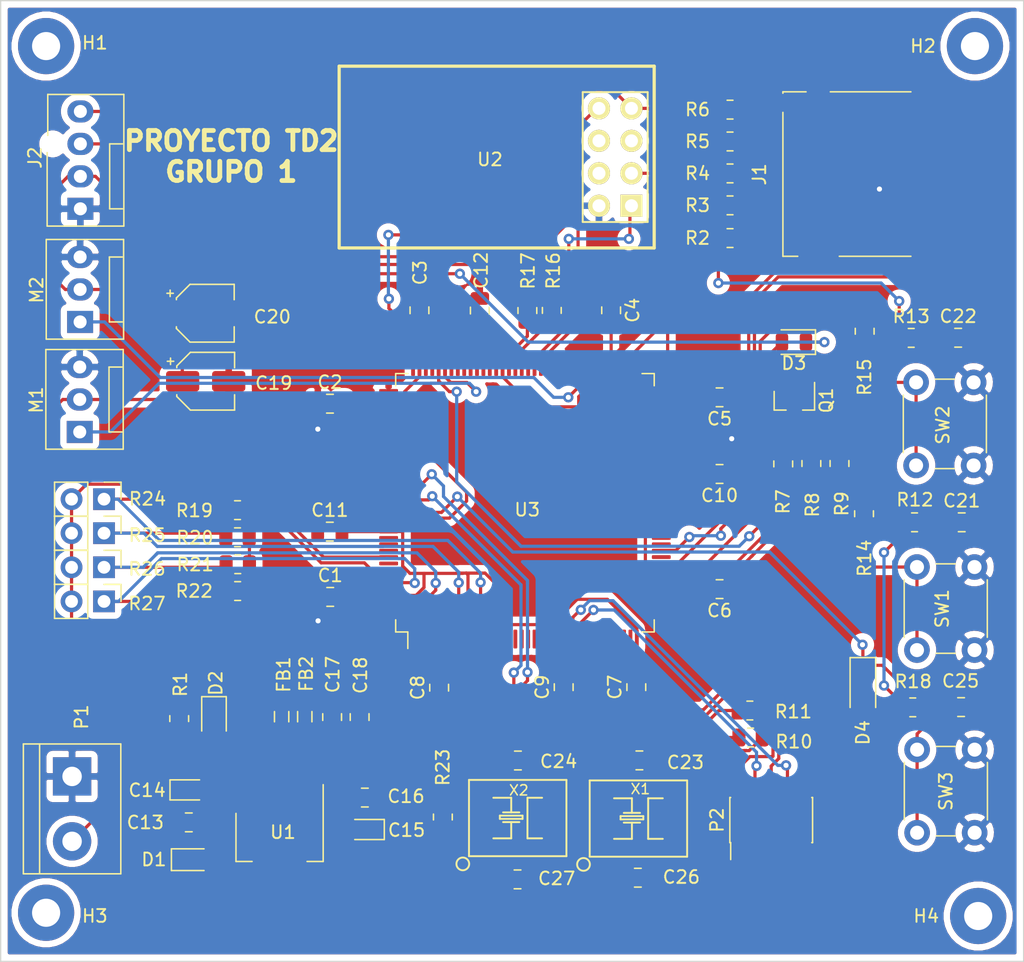
<source format=kicad_pcb>
(kicad_pcb (version 20171130) (host pcbnew "(5.1.9)-1")
  (layers (0 F.Cu signal) (31 B.Cu signal) (34 B.Paste user) (35 F.Paste user) (36 B.SilkS user) (37 F.SilkS user) (38 B.Mask user) (39 F.Mask user) (44 Edge.Cuts user))
  (net 0 "")
  (net 1 GND)
  (net 2 /RTCX1)
  (net 3 /RTCX2)
  (net 4 /XTAL2)
  (net 5 /XTAL1)
  (net 6 +3.3V)
  (net 7 +5V)
  (net 8 /nRESET)
  (net 9 GNDA)
  (net 10 VDDA)
  (net 11 "Net-(D2-Pad1)")
  (net 12 /RESET)
  (net 13 "Net-(J1-Pad1)")
  (net 14 /SPI_CS)
  (net 15 /SPI_MOSI)
  (net 16 /SPI_CLK)
  (net 17 /SPI_MISO)
  (net 18 "Net-(J1-Pad9)")
  (net 19 "Net-(J1-Pad8)")
  (net 20 /I2C_SCL)
  (net 21 /I2C_SDA)
  (net 22 /PWM_S.VERTICAL)
  (net 23 /PWM_S.HORIZONTAL)
  (net 24 /TDI)
  (net 25 "Net-(P2-Pad7)")
  (net 26 /TDO)
  (net 27 /TCK)
  (net 28 /TMS)
  (net 29 "Net-(Q1-Pad3)")
  (net 30 "Net-(Q1-Pad1)")
  (net 31 /LED1)
  (net 32 /PULS_0)
  (net 33 /PULS_1)
  (net 34 /nTRST)
  (net 35 /ADC0_0)
  (net 36 /ADC0_1)
  (net 37 /ADC0_2)
  (net 38 /ADC0_3)
  (net 39 /SPI_SCK)
  (net 40 /RS232_RXD)
  (net 41 /RS232_TXD)
  (net 42 "Net-(C21-Pad1)")
  (net 43 "Net-(C22-Pad1)")
  (net 44 "Net-(D3-Pad2)")
  (net 45 "Net-(R10-Pad2)")
  (net 46 "Net-(R14-Pad1)")
  (net 47 "Net-(R15-Pad1)")
  (net 48 "Net-(U2-Pad6)")
  (net 49 "Net-(U2-Pad5)")
  (net 50 "Net-(U2-Pad4)")
  (net 51 "Net-(U3-Pad144)")
  (net 52 "Net-(U3-Pad142)")
  (net 53 "Net-(U3-Pad140)")
  (net 54 "Net-(U3-Pad138)")
  (net 55 "Net-(U3-Pad136)")
  (net 56 "Net-(U3-Pad134)")
  (net 57 "Net-(U3-Pad133)")
  (net 58 "Net-(U3-Pad132)")
  (net 59 "Net-(U3-Pad130)")
  (net 60 "Net-(U3-Pad129)")
  (net 61 "Net-(U3-Pad127)")
  (net 62 "Net-(U3-Pad124)")
  (net 63 "Net-(U3-Pad123)")
  (net 64 "Net-(U3-Pad122)")
  (net 65 "Net-(U3-Pad121)")
  (net 66 "Net-(U3-Pad119)")
  (net 67 "Net-(U3-Pad118)")
  (net 68 "Net-(U3-Pad117)")
  (net 69 "Net-(U3-Pad116)")
  (net 70 "Net-(U3-Pad115)")
  (net 71 "Net-(U3-Pad114)")
  (net 72 "Net-(U3-Pad113)")
  (net 73 "Net-(U3-Pad112)")
  (net 74 "Net-(U3-Pad110)")
  (net 75 "Net-(U3-Pad108)")
  (net 76 "Net-(U3-Pad106)")
  (net 77 "Net-(U3-Pad105)")
  (net 78 "Net-(U3-Pad102)")
  (net 79 "Net-(U3-Pad101)")
  (net 80 "Net-(U3-Pad100)")
  (net 81 "Net-(U3-Pad99)")
  (net 82 "Net-(U3-Pad98)")
  (net 83 "Net-(U3-Pad97)")
  (net 84 "Net-(U3-Pad96)")
  (net 85 "Net-(U3-Pad95)")
  (net 86 "Net-(U3-Pad91)")
  (net 87 "Net-(U3-Pad90)")
  (net 88 "Net-(U3-Pad89)")
  (net 89 "Net-(U3-Pad86)")
  (net 90 "Net-(U3-Pad85)")
  (net 91 "Net-(U3-Pad84)")
  (net 92 "Net-(U3-Pad83)")
  (net 93 "Net-(U3-Pad81)")
  (net 94 "Net-(U3-Pad80)")
  (net 95 "Net-(U3-Pad79)")
  (net 96 "Net-(U3-Pad78)")
  (net 97 "Net-(U3-Pad75)")
  (net 98 "Net-(U3-Pad73)")
  (net 99 "Net-(U3-Pad72)")
  (net 100 "Net-(U3-Pad70)")
  (net 101 "Net-(U3-Pad69)")
  (net 102 "Net-(U3-Pad68)")
  (net 103 "Net-(U3-Pad67)")
  (net 104 "Net-(U3-Pad66)")
  (net 105 "Net-(U3-Pad65)")
  (net 106 "Net-(U3-Pad64)")
  (net 107 "Net-(U3-Pad63)")
  (net 108 "Net-(U3-Pad62)")
  (net 109 "Net-(U3-Pad61)")
  (net 110 "Net-(U3-Pad60)")
  (net 111 "Net-(U3-Pad58)")
  (net 112 "Net-(U3-Pad57)")
  (net 113 "Net-(U3-Pad56)")
  (net 114 "Net-(U3-Pad55)")
  (net 115 "Net-(U3-Pad54)")
  (net 116 "Net-(U3-Pad53)")
  (net 117 "Net-(U3-Pad52)")
  (net 118 "Net-(U3-Pad51)")
  (net 119 "Net-(U3-Pad50)")
  (net 120 "Net-(U3-Pad49)")
  (net 121 "Net-(U3-Pad48)")
  (net 122 "Net-(U3-Pad46)")
  (net 123 "Net-(U3-Pad45)")
  (net 124 "Net-(U3-Pad43)")
  (net 125 "Net-(U3-Pad39)")
  (net 126 "Net-(U3-Pad37)")
  (net 127 "Net-(U3-Pad35)")
  (net 128 "Net-(U3-Pad34)")
  (net 129 "Net-(U3-Pad33)")
  (net 130 "Net-(U3-Pad32)")
  (net 131 "Net-(U3-Pad24)")
  (net 132 "Net-(U3-Pad23)")
  (net 133 "Net-(U3-Pad22)")
  (net 134 "Net-(U3-Pad21)")
  (net 135 "Net-(U3-Pad20)")
  (net 136 "Net-(U3-Pad19)")
  (net 137 "Net-(U3-Pad18)")
  (net 138 "Net-(U3-Pad17)")
  (net 139 "Net-(U3-Pad16)")
  (net 140 "Net-(U3-Pad15)")
  (net 141 "Net-(U3-Pad14)")
  (net 142 "Net-(U3-Pad11)")
  (net 143 "Net-(U3-Pad10)")
  (net 144 "Net-(U3-Pad9)")
  (net 145 "Net-(U3-Pad8)")
  (net 146 "Net-(U3-Pad7)")
  (net 147 "Net-(U3-Pad3)")
  (net 148 "Net-(U3-Pad1)")
  (module MountingHole:MountingHole_2.2mm_M2_Pad (layer F.Cu) (at 202.438 130.048)
    (fp_text reference H4 (at -4.064 0) (layer F.SilkS))
    (fp_text value MountingHole)
    (pad 1 thru_hole circle (at 0 0) (size 4.4 4.4) (drill 2.2) (layers *.Cu *.Mask))
  )
  (module MountingHole:MountingHole_2.2mm_M2_Pad (layer F.Cu) (at 129.54 129.794)
    (fp_text reference H3 (at 3.81 0.254) (layer F.SilkS))
    (fp_text value MountingHole)
    (pad 1 thru_hole circle (at 0 0) (size 4.4 4.4) (drill 2.2) (layers *.Cu *.Mask))
  )
  (module MountingHole:MountingHole_2.2mm_M2_Pad (layer F.Cu) (at 202.184 61.976)
    (fp_text reference H2 (at -4.064 0) (layer F.SilkS))
    (fp_text value MountingHole)
    (pad 1 thru_hole circle (at 0 0) (size 4.4 4.4) (drill 2.2) (layers *.Cu *.Mask))
  )
  (module MountingHole:MountingHole_2.2mm_M2_Pad (layer F.Cu) (at 129.54 61.976)
    (fp_text reference H1 (at 3.81 -0.254) (layer F.SilkS))
    (fp_text value MountingHole)
    (pad 1 thru_hole circle (at 0 0) (size 4.4 4.4) (drill 2.2) (layers *.Cu *.Mask))
  )
  (module Resistor_SMD:R_0805_2012Metric (layer F.Cu) (at 197.32 113.72)
    (fp_text reference R18 (at 0.03 -2.02) (layer F.SilkS))
    (fp_text value 100k)
    (pad 2 smd roundrect (at 0.9125 0) (size 1.025 1.4) (layers F.Cu F.Paste F.Mask) (roundrect_rratio 0.243902) (net 8 /nRESET))
    (pad 1 smd roundrect (at -0.9125 0) (size 1.025 1.4) (layers F.Cu F.Paste F.Mask) (roundrect_rratio 0.243902) (net 6 +3.3V))
  )
  (module Package_QFP:LQFP-144_20x20mm_P0.5mm (layer F.Cu) (at 166.99 97.7125 90)
    (fp_text reference U3 (at -0.5475 0.18 180) (layer F.SilkS))
    (fp_text value LPC4337JBD144)
    (pad 144 smd roundrect (at -8.75 -10.6625 90) (size 0.3 1.475) (layers F.Cu F.Paste F.Mask) (net 51 "Net-(U3-Pad144)"))
    (pad 143 smd roundrect (at -8.25 -10.6625 90) (size 0.3 1.475) (layers F.Cu F.Paste F.Mask) (net 37 /ADC0_2))
    (pad 142 smd roundrect (at -7.75 -10.6625 90) (size 0.3 1.475) (layers F.Cu F.Paste F.Mask) (net 52 "Net-(U3-Pad142)"))
    (pad 141 smd roundrect (at -7.25 -10.6625 90) (size 0.3 1.475) (layers F.Cu F.Paste F.Mask) (net 6 +3.3V))
    (pad 140 smd roundrect (at -6.75 -10.6625 90) (size 0.3 1.475) (layers F.Cu F.Paste F.Mask) (net 53 "Net-(U3-Pad140)"))
    (pad 139 smd roundrect (at -6.25 -10.6625 90) (size 0.3 1.475) (layers F.Cu F.Paste F.Mask) (net 38 /ADC0_3))
    (pad 138 smd roundrect (at -5.75 -10.6625 90) (size 0.3 1.475) (layers F.Cu F.Paste F.Mask) (net 54 "Net-(U3-Pad138)"))
    (pad 137 smd roundrect (at -5.25 -10.6625 90) (size 0.3 1.475) (layers F.Cu F.Paste F.Mask) (net 10 VDDA))
    (pad 136 smd roundrect (at -4.75 -10.6625 90) (size 0.3 1.475) (layers F.Cu F.Paste F.Mask) (net 55 "Net-(U3-Pad136)"))
    (pad 135 smd roundrect (at -4.25 -10.6625 90) (size 0.3 1.475) (layers F.Cu F.Paste F.Mask) (net 9 GNDA))
    (pad 134 smd roundrect (at -3.75 -10.6625 90) (size 0.3 1.475) (layers F.Cu F.Paste F.Mask) (net 56 "Net-(U3-Pad134)"))
    (pad 133 smd roundrect (at -3.25 -10.6625 90) (size 0.3 1.475) (layers F.Cu F.Paste F.Mask) (net 57 "Net-(U3-Pad133)"))
    (pad 132 smd roundrect (at -2.75 -10.6625 90) (size 0.3 1.475) (layers F.Cu F.Paste F.Mask) (net 58 "Net-(U3-Pad132)"))
    (pad 131 smd roundrect (at -2.25 -10.6625 90) (size 0.3 1.475) (layers F.Cu F.Paste F.Mask) (net 6 +3.3V))
    (pad 130 smd roundrect (at -1.75 -10.6625 90) (size 0.3 1.475) (layers F.Cu F.Paste F.Mask) (net 59 "Net-(U3-Pad130)"))
    (pad 129 smd roundrect (at -1.25 -10.6625 90) (size 0.3 1.475) (layers F.Cu F.Paste F.Mask) (net 60 "Net-(U3-Pad129)"))
    (pad 128 smd roundrect (at -0.75 -10.6625 90) (size 0.3 1.475) (layers F.Cu F.Paste F.Mask) (net 8 /nRESET))
    (pad 127 smd roundrect (at -0.25 -10.6625 90) (size 0.3 1.475) (layers F.Cu F.Paste F.Mask) (net 61 "Net-(U3-Pad127)"))
    (pad 126 smd roundrect (at 0.25 -10.6625 90) (size 0.3 1.475) (layers F.Cu F.Paste F.Mask) (net 3 /RTCX2))
    (pad 125 smd roundrect (at 0.75 -10.6625 90) (size 0.3 1.475) (layers F.Cu F.Paste F.Mask) (net 2 /RTCX1))
    (pad 124 smd roundrect (at 1.25 -10.6625 90) (size 0.3 1.475) (layers F.Cu F.Paste F.Mask) (net 62 "Net-(U3-Pad124)"))
    (pad 123 smd roundrect (at 1.75 -10.6625 90) (size 0.3 1.475) (layers F.Cu F.Paste F.Mask) (net 63 "Net-(U3-Pad123)"))
    (pad 122 smd roundrect (at 2.25 -10.6625 90) (size 0.3 1.475) (layers F.Cu F.Paste F.Mask) (net 64 "Net-(U3-Pad122)"))
    (pad 121 smd roundrect (at 2.75 -10.6625 90) (size 0.3 1.475) (layers F.Cu F.Paste F.Mask) (net 65 "Net-(U3-Pad121)"))
    (pad 120 smd roundrect (at 3.25 -10.6625 90) (size 0.3 1.475) (layers F.Cu F.Paste F.Mask) (net 39 /SPI_SCK))
    (pad 119 smd roundrect (at 3.75 -10.6625 90) (size 0.3 1.475) (layers F.Cu F.Paste F.Mask) (net 66 "Net-(U3-Pad119)"))
    (pad 118 smd roundrect (at 4.25 -10.6625 90) (size 0.3 1.475) (layers F.Cu F.Paste F.Mask) (net 67 "Net-(U3-Pad118)"))
    (pad 117 smd roundrect (at 4.75 -10.6625 90) (size 0.3 1.475) (layers F.Cu F.Paste F.Mask) (net 68 "Net-(U3-Pad117)"))
    (pad 116 smd roundrect (at 5.25 -10.6625 90) (size 0.3 1.475) (layers F.Cu F.Paste F.Mask) (net 69 "Net-(U3-Pad116)"))
    (pad 115 smd roundrect (at 5.75 -10.6625 90) (size 0.3 1.475) (layers F.Cu F.Paste F.Mask) (net 70 "Net-(U3-Pad115)"))
    (pad 114 smd roundrect (at 6.25 -10.6625 90) (size 0.3 1.475) (layers F.Cu F.Paste F.Mask) (net 71 "Net-(U3-Pad114)"))
    (pad 113 smd roundrect (at 6.75 -10.6625 90) (size 0.3 1.475) (layers F.Cu F.Paste F.Mask) (net 72 "Net-(U3-Pad113)"))
    (pad 112 smd roundrect (at 7.25 -10.6625 90) (size 0.3 1.475) (layers F.Cu F.Paste F.Mask) (net 73 "Net-(U3-Pad112)"))
    (pad 111 smd roundrect (at 7.75 -10.6625 90) (size 0.3 1.475) (layers F.Cu F.Paste F.Mask) (net 6 +3.3V))
    (pad 110 smd roundrect (at 8.25 -10.6625 90) (size 0.3 1.475) (layers F.Cu F.Paste F.Mask) (net 74 "Net-(U3-Pad110)"))
    (pad 109 smd roundrect (at 8.75 -10.6625 90) (size 0.3 1.475) (layers F.Cu F.Paste F.Mask) (net 1 GND))
    (pad 108 smd roundrect (at 10.6625 -8.75 90) (size 1.475 0.3) (layers F.Cu F.Paste F.Mask) (net 75 "Net-(U3-Pad108)"))
    (pad 107 smd roundrect (at 10.6625 -8.25 90) (size 1.475 0.3) (layers F.Cu F.Paste F.Mask) (net 6 +3.3V))
    (pad 106 smd roundrect (at 10.6625 -7.75 90) (size 1.475 0.3) (layers F.Cu F.Paste F.Mask) (net 76 "Net-(U3-Pad106)"))
    (pad 105 smd roundrect (at 10.6625 -7.25 90) (size 1.475 0.3) (layers F.Cu F.Paste F.Mask) (net 77 "Net-(U3-Pad105)"))
    (pad 104 smd roundrect (at 10.6625 -6.75 90) (size 1.475 0.3) (layers F.Cu F.Paste F.Mask) (net 31 /LED1))
    (pad 103 smd roundrect (at 10.6625 -6.25 90) (size 1.475 0.3) (layers F.Cu F.Paste F.Mask) (net 22 /PWM_S.VERTICAL))
    (pad 102 smd roundrect (at 10.6625 -5.75 90) (size 1.475 0.3) (layers F.Cu F.Paste F.Mask) (net 78 "Net-(U3-Pad102)"))
    (pad 101 smd roundrect (at 10.6625 -5.25 90) (size 1.475 0.3) (layers F.Cu F.Paste F.Mask) (net 79 "Net-(U3-Pad101)"))
    (pad 100 smd roundrect (at 10.6625 -4.75 90) (size 1.475 0.3) (layers F.Cu F.Paste F.Mask) (net 80 "Net-(U3-Pad100)"))
    (pad 99 smd roundrect (at 10.6625 -4.25 90) (size 1.475 0.3) (layers F.Cu F.Paste F.Mask) (net 81 "Net-(U3-Pad99)"))
    (pad 98 smd roundrect (at 10.6625 -3.75 90) (size 1.475 0.3) (layers F.Cu F.Paste F.Mask) (net 82 "Net-(U3-Pad98)"))
    (pad 97 smd roundrect (at 10.6625 -3.25 90) (size 1.475 0.3) (layers F.Cu F.Paste F.Mask) (net 83 "Net-(U3-Pad97)"))
    (pad 96 smd roundrect (at 10.6625 -2.75 90) (size 1.475 0.3) (layers F.Cu F.Paste F.Mask) (net 84 "Net-(U3-Pad96)"))
    (pad 95 smd roundrect (at 10.6625 -2.25 90) (size 1.475 0.3) (layers F.Cu F.Paste F.Mask) (net 85 "Net-(U3-Pad95)"))
    (pad 94 smd roundrect (at 10.6625 -1.75 90) (size 1.475 0.3) (layers F.Cu F.Paste F.Mask) (net 6 +3.3V))
    (pad 93 smd roundrect (at 10.6625 -1.25 90) (size 1.475 0.3) (layers F.Cu F.Paste F.Mask) (net 21 /I2C_SDA))
    (pad 92 smd roundrect (at 10.6625 -0.75 90) (size 1.475 0.3) (layers F.Cu F.Paste F.Mask) (net 20 /I2C_SCL))
    (pad 91 smd roundrect (at 10.6625 -0.25 90) (size 1.475 0.3) (layers F.Cu F.Paste F.Mask) (net 86 "Net-(U3-Pad91)"))
    (pad 90 smd roundrect (at 10.6625 0.25 90) (size 1.475 0.3) (layers F.Cu F.Paste F.Mask) (net 87 "Net-(U3-Pad90)"))
    (pad 89 smd roundrect (at 10.6625 0.75 90) (size 1.475 0.3) (layers F.Cu F.Paste F.Mask) (net 88 "Net-(U3-Pad89)"))
    (pad 88 smd roundrect (at 10.6625 1.25 90) (size 1.475 0.3) (layers F.Cu F.Paste F.Mask) (net 40 /RS232_RXD))
    (pad 87 smd roundrect (at 10.6625 1.75 90) (size 1.475 0.3) (layers F.Cu F.Paste F.Mask) (net 41 /RS232_TXD))
    (pad 86 smd roundrect (at 10.6625 2.25 90) (size 1.475 0.3) (layers F.Cu F.Paste F.Mask) (net 89 "Net-(U3-Pad86)"))
    (pad 85 smd roundrect (at 10.6625 2.75 90) (size 1.475 0.3) (layers F.Cu F.Paste F.Mask) (net 90 "Net-(U3-Pad85)"))
    (pad 84 smd roundrect (at 10.6625 3.25 90) (size 1.475 0.3) (layers F.Cu F.Paste F.Mask) (net 91 "Net-(U3-Pad84)"))
    (pad 83 smd roundrect (at 10.6625 3.75 90) (size 1.475 0.3) (layers F.Cu F.Paste F.Mask) (net 92 "Net-(U3-Pad83)"))
    (pad 82 smd roundrect (at 10.6625 4.25 90) (size 1.475 0.3) (layers F.Cu F.Paste F.Mask) (net 23 /PWM_S.HORIZONTAL))
    (pad 81 smd roundrect (at 10.6625 4.75 90) (size 1.475 0.3) (layers F.Cu F.Paste F.Mask) (net 93 "Net-(U3-Pad81)"))
    (pad 80 smd roundrect (at 10.6625 5.25 90) (size 1.475 0.3) (layers F.Cu F.Paste F.Mask) (net 94 "Net-(U3-Pad80)"))
    (pad 79 smd roundrect (at 10.6625 5.75 90) (size 1.475 0.3) (layers F.Cu F.Paste F.Mask) (net 95 "Net-(U3-Pad79)"))
    (pad 78 smd roundrect (at 10.6625 6.25 90) (size 1.475 0.3) (layers F.Cu F.Paste F.Mask) (net 96 "Net-(U3-Pad78)"))
    (pad 77 smd roundrect (at 10.6625 6.75 90) (size 1.475 0.3) (layers F.Cu F.Paste F.Mask) (net 6 +3.3V))
    (pad 76 smd roundrect (at 10.6625 7.25 90) (size 1.475 0.3) (layers F.Cu F.Paste F.Mask) (net 1 GND))
    (pad 75 smd roundrect (at 10.6625 7.75 90) (size 1.475 0.3) (layers F.Cu F.Paste F.Mask) (net 97 "Net-(U3-Pad75)"))
    (pad 74 smd roundrect (at 10.6625 8.25 90) (size 1.475 0.3) (layers F.Cu F.Paste F.Mask) (net 14 /SPI_CS))
    (pad 73 smd roundrect (at 10.6625 8.75 90) (size 1.475 0.3) (layers F.Cu F.Paste F.Mask) (net 98 "Net-(U3-Pad73)"))
    (pad 72 smd roundrect (at 8.75 10.6625 90) (size 0.3 1.475) (layers F.Cu F.Paste F.Mask) (net 99 "Net-(U3-Pad72)"))
    (pad 71 smd roundrect (at 8.25 10.6625 90) (size 0.3 1.475) (layers F.Cu F.Paste F.Mask) (net 6 +3.3V))
    (pad 70 smd roundrect (at 7.75 10.6625 90) (size 0.3 1.475) (layers F.Cu F.Paste F.Mask) (net 100 "Net-(U3-Pad70)"))
    (pad 69 smd roundrect (at 7.25 10.6625 90) (size 0.3 1.475) (layers F.Cu F.Paste F.Mask) (net 101 "Net-(U3-Pad69)"))
    (pad 68 smd roundrect (at 6.75 10.6625 90) (size 0.3 1.475) (layers F.Cu F.Paste F.Mask) (net 102 "Net-(U3-Pad68)"))
    (pad 67 smd roundrect (at 6.25 10.6625 90) (size 0.3 1.475) (layers F.Cu F.Paste F.Mask) (net 103 "Net-(U3-Pad67)"))
    (pad 66 smd roundrect (at 5.75 10.6625 90) (size 0.3 1.475) (layers F.Cu F.Paste F.Mask) (net 104 "Net-(U3-Pad66)"))
    (pad 65 smd roundrect (at 5.25 10.6625 90) (size 0.3 1.475) (layers F.Cu F.Paste F.Mask) (net 105 "Net-(U3-Pad65)"))
    (pad 64 smd roundrect (at 4.75 10.6625 90) (size 0.3 1.475) (layers F.Cu F.Paste F.Mask) (net 106 "Net-(U3-Pad64)"))
    (pad 63 smd roundrect (at 4.25 10.6625 90) (size 0.3 1.475) (layers F.Cu F.Paste F.Mask) (net 107 "Net-(U3-Pad63)"))
    (pad 62 smd roundrect (at 3.75 10.6625 90) (size 0.3 1.475) (layers F.Cu F.Paste F.Mask) (net 108 "Net-(U3-Pad62)"))
    (pad 61 smd roundrect (at 3.25 10.6625 90) (size 0.3 1.475) (layers F.Cu F.Paste F.Mask) (net 109 "Net-(U3-Pad61)"))
    (pad 60 smd roundrect (at 2.75 10.6625 90) (size 0.3 1.475) (layers F.Cu F.Paste F.Mask) (net 110 "Net-(U3-Pad60)"))
    (pad 59 smd roundrect (at 2.25 10.6625 90) (size 0.3 1.475) (layers F.Cu F.Paste F.Mask) (net 6 +3.3V))
    (pad 58 smd roundrect (at 1.75 10.6625 90) (size 0.3 1.475) (layers F.Cu F.Paste F.Mask) (net 111 "Net-(U3-Pad58)"))
    (pad 57 smd roundrect (at 1.25 10.6625 90) (size 0.3 1.475) (layers F.Cu F.Paste F.Mask) (net 112 "Net-(U3-Pad57)"))
    (pad 56 smd roundrect (at 0.75 10.6625 90) (size 0.3 1.475) (layers F.Cu F.Paste F.Mask) (net 113 "Net-(U3-Pad56)"))
    (pad 55 smd roundrect (at 0.25 10.6625 90) (size 0.3 1.475) (layers F.Cu F.Paste F.Mask) (net 114 "Net-(U3-Pad55)"))
    (pad 54 smd roundrect (at -0.25 10.6625 90) (size 0.3 1.475) (layers F.Cu F.Paste F.Mask) (net 115 "Net-(U3-Pad54)"))
    (pad 53 smd roundrect (at -0.75 10.6625 90) (size 0.3 1.475) (layers F.Cu F.Paste F.Mask) (net 116 "Net-(U3-Pad53)"))
    (pad 52 smd roundrect (at -1.25 10.6625 90) (size 0.3 1.475) (layers F.Cu F.Paste F.Mask) (net 117 "Net-(U3-Pad52)"))
    (pad 51 smd roundrect (at -1.75 10.6625 90) (size 0.3 1.475) (layers F.Cu F.Paste F.Mask) (net 118 "Net-(U3-Pad51)"))
    (pad 50 smd roundrect (at -2.25 10.6625 90) (size 0.3 1.475) (layers F.Cu F.Paste F.Mask) (net 119 "Net-(U3-Pad50)"))
    (pad 49 smd roundrect (at -2.75 10.6625 90) (size 0.3 1.475) (layers F.Cu F.Paste F.Mask) (net 120 "Net-(U3-Pad49)"))
    (pad 48 smd roundrect (at -3.25 10.6625 90) (size 0.3 1.475) (layers F.Cu F.Paste F.Mask) (net 121 "Net-(U3-Pad48)"))
    (pad 47 smd roundrect (at -3.75 10.6625 90) (size 0.3 1.475) (layers F.Cu F.Paste F.Mask) (net 15 /SPI_MOSI))
    (pad 46 smd roundrect (at -4.25 10.6625 90) (size 0.3 1.475) (layers F.Cu F.Paste F.Mask) (net 122 "Net-(U3-Pad46)"))
    (pad 45 smd roundrect (at -4.75 10.6625 90) (size 0.3 1.475) (layers F.Cu F.Paste F.Mask) (net 123 "Net-(U3-Pad45)"))
    (pad 44 smd roundrect (at -5.25 10.6625 90) (size 0.3 1.475) (layers F.Cu F.Paste F.Mask) (net 17 /SPI_MISO))
    (pad 43 smd roundrect (at -5.75 10.6625 90) (size 0.3 1.475) (layers F.Cu F.Paste F.Mask) (net 124 "Net-(U3-Pad43)"))
    (pad 42 smd roundrect (at -6.25 10.6625 90) (size 0.3 1.475) (layers F.Cu F.Paste F.Mask) (net 33 /PULS_1))
    (pad 41 smd roundrect (at -6.75 10.6625 90) (size 0.3 1.475) (layers F.Cu F.Paste F.Mask) (net 6 +3.3V))
    (pad 40 smd roundrect (at -7.25 10.6625 90) (size 0.3 1.475) (layers F.Cu F.Paste F.Mask) (net 1 GND))
    (pad 39 smd roundrect (at -7.75 10.6625 90) (size 0.3 1.475) (layers F.Cu F.Paste F.Mask) (net 125 "Net-(U3-Pad39)"))
    (pad 38 smd roundrect (at -8.25 10.6625 90) (size 0.3 1.475) (layers F.Cu F.Paste F.Mask) (net 32 /PULS_0))
    (pad 37 smd roundrect (at -8.75 10.6625 90) (size 0.3 1.475) (layers F.Cu F.Paste F.Mask) (net 126 "Net-(U3-Pad37)"))
    (pad 36 smd roundrect (at -10.6625 8.75 90) (size 1.475 0.3) (layers F.Cu F.Paste F.Mask) (net 6 +3.3V))
    (pad 35 smd roundrect (at -10.6625 8.25 90) (size 1.475 0.3) (layers F.Cu F.Paste F.Mask) (net 127 "Net-(U3-Pad35)"))
    (pad 34 smd roundrect (at -10.6625 7.75 90) (size 1.475 0.3) (layers F.Cu F.Paste F.Mask) (net 128 "Net-(U3-Pad34)"))
    (pad 33 smd roundrect (at -10.6625 7.25 90) (size 1.475 0.3) (layers F.Cu F.Paste F.Mask) (net 129 "Net-(U3-Pad33)"))
    (pad 32 smd roundrect (at -10.6625 6.75 90) (size 1.475 0.3) (layers F.Cu F.Paste F.Mask) (net 130 "Net-(U3-Pad32)"))
    (pad 31 smd roundrect (at -10.6625 6.25 90) (size 1.475 0.3) (layers F.Cu F.Paste F.Mask) (net 26 /TDO))
    (pad 30 smd roundrect (at -10.6625 5.75 90) (size 1.475 0.3) (layers F.Cu F.Paste F.Mask) (net 28 /TMS))
    (pad 29 smd roundrect (at -10.6625 5.25 90) (size 1.475 0.3) (layers F.Cu F.Paste F.Mask) (net 34 /nTRST))
    (pad 28 smd roundrect (at -10.6625 4.75 90) (size 1.475 0.3) (layers F.Cu F.Paste F.Mask) (net 45 "Net-(R10-Pad2)"))
    (pad 27 smd roundrect (at -10.6625 4.25 90) (size 1.475 0.3) (layers F.Cu F.Paste F.Mask) (net 27 /TCK))
    (pad 26 smd roundrect (at -10.6625 3.75 90) (size 1.475 0.3) (layers F.Cu F.Paste F.Mask) (net 24 /TDI))
    (pad 25 smd roundrect (at -10.6625 3.25 90) (size 1.475 0.3) (layers F.Cu F.Paste F.Mask) (net 6 +3.3V))
    (pad 24 smd roundrect (at -10.6625 2.75 90) (size 1.475 0.3) (layers F.Cu F.Paste F.Mask) (net 131 "Net-(U3-Pad24)"))
    (pad 23 smd roundrect (at -10.6625 2.25 90) (size 1.475 0.3) (layers F.Cu F.Paste F.Mask) (net 132 "Net-(U3-Pad23)"))
    (pad 22 smd roundrect (at -10.6625 1.75 90) (size 1.475 0.3) (layers F.Cu F.Paste F.Mask) (net 133 "Net-(U3-Pad22)"))
    (pad 21 smd roundrect (at -10.6625 1.25 90) (size 1.475 0.3) (layers F.Cu F.Paste F.Mask) (net 134 "Net-(U3-Pad21)"))
    (pad 20 smd roundrect (at -10.6625 0.75 90) (size 1.475 0.3) (layers F.Cu F.Paste F.Mask) (net 135 "Net-(U3-Pad20)"))
    (pad 19 smd roundrect (at -10.6625 0.25 90) (size 1.475 0.3) (layers F.Cu F.Paste F.Mask) (net 136 "Net-(U3-Pad19)"))
    (pad 18 smd roundrect (at -10.6625 -0.25 90) (size 1.475 0.3) (layers F.Cu F.Paste F.Mask) (net 137 "Net-(U3-Pad18)"))
    (pad 17 smd roundrect (at -10.6625 -0.75 90) (size 1.475 0.3) (layers F.Cu F.Paste F.Mask) (net 138 "Net-(U3-Pad17)"))
    (pad 16 smd roundrect (at -10.6625 -1.25 90) (size 1.475 0.3) (layers F.Cu F.Paste F.Mask) (net 139 "Net-(U3-Pad16)"))
    (pad 15 smd roundrect (at -10.6625 -1.75 90) (size 1.475 0.3) (layers F.Cu F.Paste F.Mask) (net 140 "Net-(U3-Pad15)"))
    (pad 14 smd roundrect (at -10.6625 -2.25 90) (size 1.475 0.3) (layers F.Cu F.Paste F.Mask) (net 141 "Net-(U3-Pad14)"))
    (pad 13 smd roundrect (at -10.6625 -2.75 90) (size 1.475 0.3) (layers F.Cu F.Paste F.Mask) (net 4 /XTAL2))
    (pad 12 smd roundrect (at -10.6625 -3.25 90) (size 1.475 0.3) (layers F.Cu F.Paste F.Mask) (net 5 /XTAL1))
    (pad 11 smd roundrect (at -10.6625 -3.75 90) (size 1.475 0.3) (layers F.Cu F.Paste F.Mask) (net 142 "Net-(U3-Pad11)"))
    (pad 10 smd roundrect (at -10.6625 -4.25 90) (size 1.475 0.3) (layers F.Cu F.Paste F.Mask) (net 143 "Net-(U3-Pad10)"))
    (pad 9 smd roundrect (at -10.6625 -4.75 90) (size 1.475 0.3) (layers F.Cu F.Paste F.Mask) (net 144 "Net-(U3-Pad9)"))
    (pad 8 smd roundrect (at -10.6625 -5.25 90) (size 1.475 0.3) (layers F.Cu F.Paste F.Mask) (net 145 "Net-(U3-Pad8)"))
    (pad 7 smd roundrect (at -10.6625 -5.75 90) (size 1.475 0.3) (layers F.Cu F.Paste F.Mask) (net 146 "Net-(U3-Pad7)"))
    (pad 6 smd roundrect (at -10.6625 -6.25 90) (size 1.475 0.3) (layers F.Cu F.Paste F.Mask) (net 35 /ADC0_0))
    (pad 5 smd roundrect (at -10.6625 -6.75 90) (size 1.475 0.3) (layers F.Cu F.Paste F.Mask) (net 6 +3.3V))
    (pad 4 smd roundrect (at -10.6625 -7.25 90) (size 1.475 0.3) (layers F.Cu F.Paste F.Mask) (net 1 GND))
    (pad 3 smd roundrect (at -10.6625 -7.75 90) (size 1.475 0.3) (layers F.Cu F.Paste F.Mask) (net 147 "Net-(U3-Pad3)"))
    (pad 2 smd roundrect (at -10.6625 -8.25 90) (size 1.475 0.3) (layers F.Cu F.Paste F.Mask) (net 36 /ADC0_1))
    (pad 1 smd roundrect (at -10.6625 -8.75 90) (size 1.475 0.3) (layers F.Cu F.Paste F.Mask) (net 148 "Net-(U3-Pad1)"))
  )
  (module Connector:FanPinHeader_1x04_P2.54mm_Vertical (layer F.Cu) (at 132.22 74.71 90)
    (fp_text reference J2 (at 4 -3.55 90) (layer F.SilkS))
    (fp_text value Conn_01x04)
    (pad "" np_thru_hole circle (at 5.08 -2.16 180) (size 1.1 1.1) (drill 1.1) (layers *.Cu *.Mask))
    (pad 4 thru_hole oval (at 7.62 0 180) (size 2.03 1.73) (drill 1.02) (layers *.Cu *.Mask) (net 20 /I2C_SCL))
    (pad 3 thru_hole oval (at 5.08 0 180) (size 2.03 1.73) (drill 1.02) (layers *.Cu *.Mask) (net 21 /I2C_SDA))
    (pad 2 thru_hole oval (at 2.54 0 180) (size 2.03 1.73) (drill 1.02) (layers *.Cu *.Mask) (net 7 +5V))
    (pad 1 thru_hole rect (at 0 0 180) (size 2.03 1.73) (drill 1.02) (layers *.Cu *.Mask) (net 1 GND))
  )
  (module Connector_Card:microSD_HC_Hirose_DM3D-SF (layer F.Cu) (at 192.95 71.99 90)
    (fp_text reference J1 (at -0.025 -7.625 90) (layer F.SilkS))
    (fp_text value Micro_SD_Card)
    (pad 10 smd rect (at 5.575 -5.45 90) (size 1 1.55) (layers F.Cu F.Paste F.Mask))
    (pad 11 smd rect (at 5.625 5.225 90) (size 1.5 1.5) (layers F.Cu F.Paste F.Mask))
    (pad 1 smd rect (at 3.175 5.35 90) (size 0.7 1.75) (layers F.Cu F.Paste F.Mask) (net 13 "Net-(J1-Pad1)"))
    (pad 2 smd rect (at 2.075 5.35 90) (size 0.7 1.75) (layers F.Cu F.Paste F.Mask) (net 14 /SPI_CS))
    (pad 3 smd rect (at 0.975 5.35 90) (size 0.7 1.75) (layers F.Cu F.Paste F.Mask) (net 15 /SPI_MOSI))
    (pad 4 smd rect (at -0.125 5.35 90) (size 0.7 1.75) (layers F.Cu F.Paste F.Mask) (net 6 +3.3V))
    (pad 5 smd rect (at -1.225 5.35 90) (size 0.7 1.75) (layers F.Cu F.Paste F.Mask) (net 16 /SPI_CLK))
    (pad 6 smd rect (at -2.325 5.35 90) (size 0.7 1.75) (layers F.Cu F.Paste F.Mask) (net 1 GND))
    (pad 7 smd rect (at -3.425 5.35 90) (size 0.7 1.75) (layers F.Cu F.Paste F.Mask) (net 17 /SPI_MISO))
    (pad 11 smd rect (at 5.975 -3.025 90) (size 0.8 1.4) (layers F.Cu F.Paste F.Mask))
    (pad 9 smd rect (at -5.65 -3.875 90) (size 1.45 1) (layers F.Cu F.Paste F.Mask) (net 18 "Net-(J1-Pad9)"))
    (pad 11 smd rect (at -5.975 -2.375 90) (size 0.8 1.5) (layers F.Cu F.Paste F.Mask))
    (pad 11 smd rect (at -5.725 5.225 90) (size 1.3 1.5) (layers F.Cu F.Paste F.Mask))
    (pad 8 smd rect (at -4.525 5.35 90) (size 0.7 1.75) (layers F.Cu F.Paste F.Mask) (net 19 "Net-(J1-Pad8)"))
  )
  (module Resistor_SMD:R_0805_2012Metric (layer F.Cu) (at 144.52 104.62 180)
    (fp_text reference R22 (at 3.4 0) (layer F.SilkS))
    (fp_text value 10k)
    (pad 2 smd roundrect (at 0.9125 0 180) (size 1.025 1.4) (layers F.Cu F.Paste F.Mask) (roundrect_rratio 0.243902) (net 38 /ADC0_3))
    (pad 1 smd roundrect (at -0.9125 0 180) (size 1.025 1.4) (layers F.Cu F.Paste F.Mask) (roundrect_rratio 0.243902) (net 10 VDDA))
  )
  (module TerminalBlock:TerminalBlock_bornier-2_P5.08mm (layer F.Cu) (at 131.572 119.126 270)
    (fp_text reference P1 (at -4.65 -0.74 90) (layer F.SilkS))
    (fp_text value CONN_2)
    (pad 2 thru_hole circle (at 5.08 0 270) (size 3 3) (drill 1.52) (layers *.Cu *.Mask) (net 7 +5V))
    (pad 1 thru_hole rect (at 0 0 270) (size 3 3) (drill 1.52) (layers *.Cu *.Mask) (net 1 GND))
  )
  (module Connector_PinHeader_2.54mm:PinHeader_1x02_P2.54mm_Vertical (layer F.Cu) (at 134.07 100.09 270)
    (fp_text reference R25 (at 0.16 -3.38 180) (layer F.SilkS))
    (fp_text value LDR03)
    (pad 2 thru_hole oval (at 0 2.54 270) (size 1.7 1.7) (drill 1) (layers *.Cu *.Mask) (net 9 GNDA))
    (pad 1 thru_hole rect (at 0 0 270) (size 1.7 1.7) (drill 1) (layers *.Cu *.Mask) (net 36 /ADC0_1))
  )
  (module Connector_PinHeader_2.54mm:PinHeader_1x02_P2.54mm_Vertical (layer F.Cu) (at 134.07 105.43 270)
    (fp_text reference R27 (at 0.17 -3.36 180) (layer F.SilkS))
    (fp_text value LDR03)
    (pad 2 thru_hole oval (at 0 2.54 270) (size 1.7 1.7) (drill 1) (layers *.Cu *.Mask) (net 9 GNDA))
    (pad 1 thru_hole rect (at 0 0 270) (size 1.7 1.7) (drill 1) (layers *.Cu *.Mask) (net 38 /ADC0_3))
  )
  (module Connector_PinHeader_2.54mm:PinHeader_1x02_P2.54mm_Vertical (layer F.Cu) (at 134.07 102.76 270)
    (fp_text reference R26 (at 0.13 -3.36 180) (layer F.SilkS))
    (fp_text value LDR03)
    (pad 2 thru_hole oval (at 0 2.54 270) (size 1.7 1.7) (drill 1) (layers *.Cu *.Mask) (net 9 GNDA))
    (pad 1 thru_hole rect (at 0 0 270) (size 1.7 1.7) (drill 1) (layers *.Cu *.Mask) (net 37 /ADC0_2))
  )
  (module Connector_PinHeader_2.54mm:PinHeader_1x02_P2.54mm_Vertical (layer F.Cu) (at 134.07 97.43 270)
    (fp_text reference R24 (at -0.02 -3.4 180) (layer F.SilkS))
    (fp_text value LDR03)
    (pad 2 thru_hole oval (at 0 2.54 270) (size 1.7 1.7) (drill 1) (layers *.Cu *.Mask) (net 9 GNDA))
    (pad 1 thru_hole rect (at 0 0 270) (size 1.7 1.7) (drill 1) (layers *.Cu *.Mask) (net 35 /ADC0_0))
  )
  (module Connector:FanPinHeader_1x03_P2.54mm_Vertical (layer F.Cu) (at 132.2 83.56 90)
    (fp_text reference M2 (at 2.5 -3.4 90) (layer F.SilkS))
    (fp_text value Motor_Servo)
    (pad 3 thru_hole oval (at 5.08 0 180) (size 2.03 1.73) (drill 1.02) (layers *.Cu *.Mask) (net 1 GND))
    (pad 2 thru_hole oval (at 2.54 0 180) (size 2.03 1.73) (drill 1.02) (layers *.Cu *.Mask) (net 7 +5V))
    (pad 1 thru_hole rect (at 0 0 180) (size 2.03 1.73) (drill 1.02) (layers *.Cu *.Mask) (net 23 /PWM_S.HORIZONTAL))
  )
  (module Connector:FanPinHeader_1x03_P2.54mm_Vertical (layer F.Cu) (at 132.17 92.17 90)
    (fp_text reference M1 (at 2.5 -3.4 90) (layer F.SilkS))
    (fp_text value Motor_Servo)
    (pad 3 thru_hole oval (at 5.08 0 180) (size 2.03 1.73) (drill 1.02) (layers *.Cu *.Mask) (net 1 GND))
    (pad 2 thru_hole oval (at 2.54 0 180) (size 2.03 1.73) (drill 1.02) (layers *.Cu *.Mask) (net 7 +5V))
    (pad 1 thru_hole rect (at 0 0 180) (size 2.03 1.73) (drill 1.02) (layers *.Cu *.Mask) (net 22 /PWM_S.VERTICAL))
  )
  (module Connector_PinHeader_1.27mm:PinHeader_2x05_P1.27mm_Vertical_SMD (layer F.Cu) (at 186.25 122.54 90)
    (fp_text reference P2 (at 0 -4.235 90) (layer F.SilkS))
    (fp_text value "Cortex - Debug")
    (pad 10 smd rect (at 1.95 2.54 90) (size 2.4 0.74) (layers F.Cu F.Paste F.Mask) (net 12 /RESET))
    (pad 9 smd rect (at -1.95 2.54 90) (size 2.4 0.74) (layers F.Cu F.Paste F.Mask) (net 1 GND))
    (pad 8 smd rect (at 1.95 1.27 90) (size 2.4 0.74) (layers F.Cu F.Paste F.Mask) (net 24 /TDI))
    (pad 7 smd rect (at -1.95 1.27 90) (size 2.4 0.74) (layers F.Cu F.Paste F.Mask) (net 25 "Net-(P2-Pad7)"))
    (pad 6 smd rect (at 1.95 0 90) (size 2.4 0.74) (layers F.Cu F.Paste F.Mask) (net 26 /TDO))
    (pad 5 smd rect (at -1.95 0 90) (size 2.4 0.74) (layers F.Cu F.Paste F.Mask) (net 1 GND))
    (pad 4 smd rect (at 1.95 -1.27 90) (size 2.4 0.74) (layers F.Cu F.Paste F.Mask) (net 27 /TCK))
    (pad 3 smd rect (at -1.95 -1.27 90) (size 2.4 0.74) (layers F.Cu F.Paste F.Mask) (net 1 GND))
    (pad 2 smd rect (at 1.95 -2.54 90) (size 2.4 0.74) (layers F.Cu F.Paste F.Mask) (net 28 /TMS))
    (pad 1 smd rect (at -1.95 -2.54 90) (size 2.4 0.74) (layers F.Cu F.Paste F.Mask) (net 6 +3.3V))
  )
  (module Libreria_EDU_CIAA_NXP:4SOJ (layer F.Cu) (at 173.07 124.01)
    (fp_text reference X1 (at 2.95 -3.9) (layer F.SilkS) (effects (font (size 0.8 0.8) (thickness 0.12))))
    (fp_text value CRYSTAL_4Pin_Mini_GND hide)
    (pad 4 smd rect (at 0 -3.175) (size 1.27 1.905) (layers F.Cu F.Paste F.Mask) (net 2 /RTCX1))
    (pad 3 smd rect (at 5.588 -3.175) (size 1.27 1.905) (layers F.Cu F.Paste F.Mask) (net 1 GND))
    (pad 2 smd rect (at 5.588 0) (size 1.27 1.905) (layers F.Cu F.Paste F.Mask) (net 1 GND))
    (pad 1 smd rect (at 0 0) (size 1.27 1.905) (layers F.Cu F.Paste F.Mask) (net 3 /RTCX2))
  )
  (module Diode_SMD:D_SOD-323 (layer F.Cu) (at 140.84 125.64)
    (fp_text reference D1 (at -2.87 -0.01 180) (layer F.SilkS))
    (fp_text value ZENER)
    (pad 1 smd rect (at 1.05 0) (size 0.6 0.45) (layers F.Cu F.Paste F.Mask) (net 1 GND))
    (pad 2 smd rect (at -1.05 0) (size 0.6 0.45) (layers F.Cu F.Paste F.Mask) (net 7 +5V))
  )
  (module Libreria_EDU_CIAA_NXP:4SOJ (layer F.Cu) (at 163.63 123.97)
    (fp_text reference X2 (at 2.88 -3.76 180) (layer F.SilkS) (effects (font (size 0.8 0.8) (thickness 0.12))))
    (fp_text value CRYSTAL_4Pin_Mini_GND hide)
    (pad 4 smd rect (at 0 -3.175) (size 1.27 1.905) (layers F.Cu F.Paste F.Mask) (net 4 /XTAL2))
    (pad 3 smd rect (at 5.588 -3.175) (size 1.27 1.905) (layers F.Cu F.Paste F.Mask) (net 1 GND))
    (pad 2 smd rect (at 5.588 0) (size 1.27 1.905) (layers F.Cu F.Paste F.Mask) (net 1 GND))
    (pad 1 smd rect (at 0 0) (size 1.27 1.905) (layers F.Cu F.Paste F.Mask) (net 5 /XTAL1))
  )
  (module ESP8266:ESP-01 (layer F.Cu) (at 175.32 74.47 180)
    (fp_text reference U2 (at 11.07 3.62) (layer F.SilkS))
    (fp_text value ESP-01v090)
    (pad 1 thru_hole rect (at 0 0 180) (size 1.7272 1.7272) (drill 1.016) (layers *.Cu *.Mask F.SilkS) (net 40 /RS232_RXD))
    (pad 2 thru_hole oval (at 2.54 0 180) (size 1.7272 1.7272) (drill 1.016) (layers *.Cu *.Mask F.SilkS) (net 1 GND))
    (pad 3 thru_hole oval (at 0 2.54 180) (size 1.7272 1.7272) (drill 1.016) (layers *.Cu *.Mask F.SilkS) (net 6 +3.3V))
    (pad 4 thru_hole oval (at 2.54 2.54 180) (size 1.7272 1.7272) (drill 1.016) (layers *.Cu *.Mask F.SilkS) (net 50 "Net-(U2-Pad4)"))
    (pad 5 thru_hole oval (at 0 5.08 180) (size 1.7272 1.7272) (drill 1.016) (layers *.Cu *.Mask F.SilkS) (net 49 "Net-(U2-Pad5)"))
    (pad 6 thru_hole oval (at 2.54 5.08 180) (size 1.7272 1.7272) (drill 1.016) (layers *.Cu *.Mask F.SilkS) (net 48 "Net-(U2-Pad6)"))
    (pad 7 thru_hole oval (at 0 7.62 180) (size 1.7272 1.7272) (drill 1.016) (layers *.Cu *.Mask F.SilkS) (net 6 +3.3V))
    (pad 8 thru_hole oval (at 2.54 7.62 180) (size 1.7272 1.7272) (drill 1.016) (layers *.Cu *.Mask F.SilkS) (net 41 /RS232_TXD))
  )
  (module Package_TO_SOT_SMD:SOT-223 (layer F.Cu) (at 147.8 123.87 270)
    (fp_text reference U1 (at -0.38 -0.26) (layer F.SilkS))
    (fp_text value NCP1117ST33T3G)
    (pad 1 smd rect (at -3.15 -2.3 270) (size 2 1.5) (layers F.Cu F.Paste F.Mask) (net 1 GND))
    (pad 3 smd rect (at -3.15 2.3 270) (size 2 1.5) (layers F.Cu F.Paste F.Mask) (net 7 +5V))
    (pad 2 smd rect (at -3.15 0 270) (size 2 1.5) (layers F.Cu F.Paste F.Mask) (net 6 +3.3V))
    (pad GND smd rect (at 3.15 0 270) (size 2 3.8) (layers F.Cu F.Paste F.Mask))
  )
  (module Button_Switch_THT:SW_PUSH_6mm (layer F.Cu) (at 202.16 117.03 270)
    (fp_text reference SW3 (at 3.26 2.25 90) (layer F.SilkS))
    (fp_text value SW_PUSH)
    (pad 1 thru_hole circle (at 6.5 0) (size 2 2) (drill 1.1) (layers *.Cu *.Mask) (net 1 GND))
    (pad 2 thru_hole circle (at 6.5 4.5) (size 2 2) (drill 1.1) (layers *.Cu *.Mask) (net 8 /nRESET))
    (pad 1 thru_hole circle (at 0 0) (size 2 2) (drill 1.1) (layers *.Cu *.Mask) (net 1 GND))
    (pad 2 thru_hole circle (at 0 4.5) (size 2 2) (drill 1.1) (layers *.Cu *.Mask) (net 8 /nRESET))
  )
  (module Button_Switch_THT:SW_PUSH_6mm (layer F.Cu) (at 197.58 94.79 90)
    (fp_text reference SW2 (at 3.16 2.09 90) (layer F.SilkS))
    (fp_text value SW_PUSH)
    (pad 1 thru_hole circle (at 6.5 0 180) (size 2 2) (drill 1.1) (layers *.Cu *.Mask) (net 47 "Net-(R15-Pad1)"))
    (pad 2 thru_hole circle (at 6.5 4.5 180) (size 2 2) (drill 1.1) (layers *.Cu *.Mask) (net 1 GND))
    (pad 1 thru_hole circle (at 0 0 180) (size 2 2) (drill 1.1) (layers *.Cu *.Mask) (net 47 "Net-(R15-Pad1)"))
    (pad 2 thru_hole circle (at 0 4.5 180) (size 2 2) (drill 1.1) (layers *.Cu *.Mask) (net 1 GND))
  )
  (module Button_Switch_THT:SW_PUSH_6mm (layer F.Cu) (at 197.65 109.24 90)
    (fp_text reference SW1 (at 3.24 1.97 90) (layer F.SilkS))
    (fp_text value SW_PUSH)
    (pad 1 thru_hole circle (at 6.5 0 180) (size 2 2) (drill 1.1) (layers *.Cu *.Mask) (net 46 "Net-(R14-Pad1)"))
    (pad 2 thru_hole circle (at 6.5 4.5 180) (size 2 2) (drill 1.1) (layers *.Cu *.Mask) (net 1 GND))
    (pad 1 thru_hole circle (at 0 0 180) (size 2 2) (drill 1.1) (layers *.Cu *.Mask) (net 46 "Net-(R14-Pad1)"))
    (pad 2 thru_hole circle (at 0 4.5 180) (size 2 2) (drill 1.1) (layers *.Cu *.Mask) (net 1 GND))
  )
  (module Resistor_SMD:R_0805_2012Metric (layer F.Cu) (at 144.53 102.52 180)
    (fp_text reference R21 (at 3.33 -0.03) (layer F.SilkS))
    (fp_text value 10k)
    (pad 2 smd roundrect (at 0.9125 0 180) (size 1.025 1.4) (layers F.Cu F.Paste F.Mask) (roundrect_rratio 0.243902) (net 37 /ADC0_2))
    (pad 1 smd roundrect (at -0.9125 0 180) (size 1.025 1.4) (layers F.Cu F.Paste F.Mask) (roundrect_rratio 0.243902) (net 10 VDDA))
  )
  (module Resistor_SMD:R_0805_2012Metric (layer F.Cu) (at 139.95 114.6 90)
    (fp_text reference R1 (at 2.67 0.09 90) (layer F.SilkS))
    (fp_text value R)
    (pad 2 smd roundrect (at 0.9125 0 90) (size 1.025 1.4) (layers F.Cu F.Paste F.Mask) (roundrect_rratio 0.243902) (net 11 "Net-(D2-Pad1)"))
    (pad 1 smd roundrect (at -0.9125 0 90) (size 1.025 1.4) (layers F.Cu F.Paste F.Mask) (roundrect_rratio 0.243902) (net 7 +5V))
  )
  (module Resistor_SMD:R_0805_2012Metric (layer F.Cu) (at 144.51 100.41 180)
    (fp_text reference R20 (at 3.33 -0.04) (layer F.SilkS))
    (fp_text value 10k)
    (pad 2 smd roundrect (at 0.9125 0 180) (size 1.025 1.4) (layers F.Cu F.Paste F.Mask) (roundrect_rratio 0.243902) (net 36 /ADC0_1))
    (pad 1 smd roundrect (at -0.9125 0 180) (size 1.025 1.4) (layers F.Cu F.Paste F.Mask) (roundrect_rratio 0.243902) (net 10 VDDA))
  )
  (module Resistor_SMD:R_0805_2012Metric (layer F.Cu) (at 144.51 98.29 180)
    (fp_text reference R19 (at 3.37 -0.03) (layer F.SilkS))
    (fp_text value 10k)
    (pad 2 smd roundrect (at 0.9125 0 180) (size 1.025 1.4) (layers F.Cu F.Paste F.Mask) (roundrect_rratio 0.243902) (net 35 /ADC0_0))
    (pad 1 smd roundrect (at -0.9125 0 180) (size 1.025 1.4) (layers F.Cu F.Paste F.Mask) (roundrect_rratio 0.243902) (net 10 VDDA))
  )
  (module Resistor_SMD:R_0805_2012Metric (layer F.Cu) (at 184.58 113.97 180)
    (fp_text reference R11 (at -3.4 -0.09) (layer F.SilkS))
    (fp_text value 10k)
    (pad 2 smd roundrect (at 0.9125 0 180) (size 1.025 1.4) (layers F.Cu F.Paste F.Mask) (roundrect_rratio 0.243902) (net 34 /nTRST))
    (pad 1 smd roundrect (at -0.9125 0 180) (size 1.025 1.4) (layers F.Cu F.Paste F.Mask) (roundrect_rratio 0.243902) (net 6 +3.3V))
  )
  (module Resistor_SMD:R_0805_2012Metric (layer F.Cu) (at 184.64 116.08 180)
    (fp_text reference R10 (at -3.39 -0.33) (layer F.SilkS))
    (fp_text value 10k)
    (pad 2 smd roundrect (at 0.9125 0 180) (size 1.025 1.4) (layers F.Cu F.Paste F.Mask) (roundrect_rratio 0.243902) (net 45 "Net-(R10-Pad2)"))
    (pad 1 smd roundrect (at -0.9125 0 180) (size 1.025 1.4) (layers F.Cu F.Paste F.Mask) (roundrect_rratio 0.243902) (net 6 +3.3V))
  )
  (module Resistor_SMD:R_0805_2012Metric (layer F.Cu) (at 167.18 82.67 270)
    (fp_text reference R17 (at -3.1 -0.05 90) (layer F.SilkS))
    (fp_text value 2.2k)
    (pad 2 smd roundrect (at 0.9125 0 270) (size 1.025 1.4) (layers F.Cu F.Paste F.Mask) (roundrect_rratio 0.243902) (net 21 /I2C_SDA))
    (pad 1 smd roundrect (at -0.9125 0 270) (size 1.025 1.4) (layers F.Cu F.Paste F.Mask) (roundrect_rratio 0.243902) (net 6 +3.3V))
  )
  (module Resistor_SMD:R_0805_2012Metric (layer F.Cu) (at 169.09 82.66 270)
    (fp_text reference R16 (at -3.1 -0.11 90) (layer F.SilkS))
    (fp_text value 2.2k)
    (pad 2 smd roundrect (at 0.9125 0 270) (size 1.025 1.4) (layers F.Cu F.Paste F.Mask) (roundrect_rratio 0.243902) (net 20 /I2C_SCL))
    (pad 1 smd roundrect (at -0.9125 0 270) (size 1.025 1.4) (layers F.Cu F.Paste F.Mask) (roundrect_rratio 0.243902) (net 6 +3.3V))
  )
  (module Resistor_SMD:R_0805_2012Metric (layer F.Cu) (at 160.57 122.3 270)
    (fp_text reference R23 (at -3.88 0 90) (layer F.SilkS))
    (fp_text value 10M)
    (pad 2 smd roundrect (at 0.9125 0 270) (size 1.025 1.4) (layers F.Cu F.Paste F.Mask) (roundrect_rratio 0.243902) (net 5 /XTAL1))
    (pad 1 smd roundrect (at -0.9125 0 270) (size 1.025 1.4) (layers F.Cu F.Paste F.Mask) (roundrect_rratio 0.243902) (net 4 /XTAL2))
  )
  (module Resistor_SMD:R_0805_2012Metric (layer F.Cu) (at 197.2 84.81 180)
    (fp_text reference R13 (at 0 1.68) (layer F.SilkS))
    (fp_text value 10k)
    (pad 2 smd roundrect (at 0.9125 0 180) (size 1.025 1.4) (layers F.Cu F.Paste F.Mask) (roundrect_rratio 0.243902) (net 6 +3.3V))
    (pad 1 smd roundrect (at -0.9125 0 180) (size 1.025 1.4) (layers F.Cu F.Paste F.Mask) (roundrect_rratio 0.243902) (net 43 "Net-(C22-Pad1)"))
  )
  (module Resistor_SMD:R_0805_2012Metric (layer F.Cu) (at 187.19 94.67 90)
    (fp_text reference R7 (at -2.96 -0.02 90) (layer F.SilkS))
    (fp_text value 680)
    (pad 2 smd roundrect (at 0.9125 0 90) (size 1.025 1.4) (layers F.Cu F.Paste F.Mask) (roundrect_rratio 0.243902) (net 29 "Net-(Q1-Pad3)"))
    (pad 1 smd roundrect (at -0.9125 0 90) (size 1.025 1.4) (layers F.Cu F.Paste F.Mask) (roundrect_rratio 0.243902) (net 44 "Net-(D3-Pad2)"))
  )
  (module Resistor_SMD:R_0805_2012Metric (layer F.Cu) (at 193.56 84.29 90)
    (fp_text reference R15 (at -3.594 -0.012 90) (layer F.SilkS))
    (fp_text value 1k)
    (pad 2 smd roundrect (at 0.9125 0 90) (size 1.025 1.4) (layers F.Cu F.Paste F.Mask) (roundrect_rratio 0.243902) (net 33 /PULS_1))
    (pad 1 smd roundrect (at -0.9125 0 90) (size 1.025 1.4) (layers F.Cu F.Paste F.Mask) (roundrect_rratio 0.243902) (net 47 "Net-(R15-Pad1)"))
  )
  (module Resistor_SMD:R_0805_2012Metric (layer F.Cu) (at 183.03 66.95)
    (fp_text reference R6 (at -2.54 0) (layer F.SilkS))
    (fp_text value 50k)
    (pad 2 smd roundrect (at 0.9125 0) (size 1.025 1.4) (layers F.Cu F.Paste F.Mask) (roundrect_rratio 0.243902) (net 13 "Net-(J1-Pad1)"))
    (pad 1 smd roundrect (at -0.9125 0) (size 1.025 1.4) (layers F.Cu F.Paste F.Mask) (roundrect_rratio 0.243902) (net 6 +3.3V))
  )
  (module Resistor_SMD:R_0805_2012Metric (layer F.Cu) (at 183.03 69.44)
    (fp_text reference R5 (at -2.54 0) (layer F.SilkS))
    (fp_text value 50k)
    (pad 2 smd roundrect (at 0.9125 0) (size 1.025 1.4) (layers F.Cu F.Paste F.Mask) (roundrect_rratio 0.243902) (net 14 /SPI_CS))
    (pad 1 smd roundrect (at -0.9125 0) (size 1.025 1.4) (layers F.Cu F.Paste F.Mask) (roundrect_rratio 0.243902) (net 6 +3.3V))
  )
  (module Resistor_SMD:R_0805_2012Metric (layer F.Cu) (at 191.59 94.64 270)
    (fp_text reference R9 (at 3.15 -0.18 90) (layer F.SilkS))
    (fp_text value 330k)
    (pad 1 smd roundrect (at -0.9125 0 270) (size 1.025 1.4) (layers F.Cu F.Paste F.Mask) (roundrect_rratio 0.243902) (net 1 GND))
    (pad 2 smd roundrect (at 0.9125 0 270) (size 1.025 1.4) (layers F.Cu F.Paste F.Mask) (roundrect_rratio 0.243902) (net 31 /LED1))
  )
  (module Resistor_SMD:R_0805_2012Metric (layer F.Cu) (at 189.39 94.64 270)
    (fp_text reference R8 (at 3.24 -0.08 90) (layer F.SilkS))
    (fp_text value 10k)
    (pad 2 smd roundrect (at 0.9125 0 270) (size 1.025 1.4) (layers F.Cu F.Paste F.Mask) (roundrect_rratio 0.243902) (net 31 /LED1))
    (pad 1 smd roundrect (at -0.9125 0 270) (size 1.025 1.4) (layers F.Cu F.Paste F.Mask) (roundrect_rratio 0.243902) (net 30 "Net-(Q1-Pad1)"))
  )
  (module Resistor_SMD:R_0805_2012Metric (layer F.Cu) (at 183.03 71.94)
    (fp_text reference R4 (at -2.54 0) (layer F.SilkS))
    (fp_text value 50k)
    (pad 2 smd roundrect (at 0.9125 0) (size 1.025 1.4) (layers F.Cu F.Paste F.Mask) (roundrect_rratio 0.243902) (net 15 /SPI_MOSI))
    (pad 1 smd roundrect (at -0.9125 0) (size 1.025 1.4) (layers F.Cu F.Paste F.Mask) (roundrect_rratio 0.243902) (net 6 +3.3V))
  )
  (module Resistor_SMD:R_0805_2012Metric (layer F.Cu) (at 183.03 74.44)
    (fp_text reference R3 (at -2.54 0) (layer F.SilkS))
    (fp_text value 50k)
    (pad 2 smd roundrect (at 0.9125 0) (size 1.025 1.4) (layers F.Cu F.Paste F.Mask) (roundrect_rratio 0.243902) (net 17 /SPI_MISO))
    (pad 1 smd roundrect (at -0.9125 0) (size 1.025 1.4) (layers F.Cu F.Paste F.Mask) (roundrect_rratio 0.243902) (net 6 +3.3V))
  )
  (module Resistor_SMD:R_0805_2012Metric (layer F.Cu) (at 183.03 77)
    (fp_text reference R2 (at -2.54 0) (layer F.SilkS))
    (fp_text value 50k)
    (pad 2 smd roundrect (at 0.9125 0) (size 1.025 1.4) (layers F.Cu F.Paste F.Mask) (roundrect_rratio 0.243902) (net 19 "Net-(J1-Pad8)"))
    (pad 1 smd roundrect (at -0.9125 0) (size 1.025 1.4) (layers F.Cu F.Paste F.Mask) (roundrect_rratio 0.243902) (net 6 +3.3V))
  )
  (module Resistor_SMD:R_0805_2012Metric (layer F.Cu) (at 197.46 99.24 180)
    (fp_text reference R12 (at -0.03 1.76) (layer F.SilkS))
    (fp_text value 10k)
    (pad 2 smd roundrect (at 0.9125 0 180) (size 1.025 1.4) (layers F.Cu F.Paste F.Mask) (roundrect_rratio 0.243902) (net 6 +3.3V))
    (pad 1 smd roundrect (at -0.9125 0 180) (size 1.025 1.4) (layers F.Cu F.Paste F.Mask) (roundrect_rratio 0.243902) (net 42 "Net-(C21-Pad1)"))
  )
  (module Resistor_SMD:R_0805_2012Metric (layer F.Cu) (at 193.51 98.57 90)
    (fp_text reference R14 (at -3.48 0.04 90) (layer F.SilkS))
    (fp_text value 1k)
    (pad 2 smd roundrect (at 0.9125 0 90) (size 1.025 1.4) (layers F.Cu F.Paste F.Mask) (roundrect_rratio 0.243902) (net 32 /PULS_0))
    (pad 1 smd roundrect (at -0.9125 0 90) (size 1.025 1.4) (layers F.Cu F.Paste F.Mask) (roundrect_rratio 0.243902) (net 46 "Net-(R14-Pad1)"))
  )
  (module Package_TO_SOT_SMD:SOT-23 (layer F.Cu) (at 188.06 89.7 270)
    (fp_text reference Q1 (at 0 -2.5 90) (layer F.SilkS))
    (fp_text value 2N7002)
    (pad 3 smd rect (at 1 0 270) (size 0.9 0.8) (layers F.Cu F.Paste F.Mask) (net 29 "Net-(Q1-Pad3)"))
    (pad 2 smd rect (at -1 0.95 270) (size 0.9 0.8) (layers F.Cu F.Paste F.Mask) (net 1 GND))
    (pad 1 smd rect (at -1 -0.95 270) (size 0.9 0.8) (layers F.Cu F.Paste F.Mask) (net 30 "Net-(Q1-Pad1)"))
  )
  (module Inductor_SMD:L_0805_2012Metric (layer F.Cu) (at 147.96 114.45 90)
    (fp_text reference FB1 (at 3.29 0.16 90) (layer F.SilkS))
    (fp_text value HZ0805E601R-10 hide)
    (pad 2 smd roundrect (at 1.0625 0 90) (size 0.875 1.2) (layers F.Cu F.Paste F.Mask) (net 10 VDDA))
    (pad 1 smd roundrect (at -1.0625 0 90) (size 0.875 1.2) (layers F.Cu F.Paste F.Mask) (net 6 +3.3V))
  )
  (module Inductor_SMD:L_0805_2012Metric (layer F.Cu) (at 149.77 114.45 90)
    (fp_text reference FB2 (at 3.35 0.11 90) (layer F.SilkS))
    (fp_text value HZ0805E601R-10)
    (pad 2 smd roundrect (at 1.0625 0 90) (size 0.875 1.2) (layers F.Cu F.Paste F.Mask) (net 9 GNDA))
    (pad 1 smd roundrect (at -1.0625 0 90) (size 0.875 1.2) (layers F.Cu F.Paste F.Mask) (net 1 GND))
  )
  (module Diode_SMD:D_SOD-123 (layer F.Cu) (at 193.42 112.08 270)
    (fp_text reference D4 (at 3.62 0 90) (layer F.SilkS))
    (fp_text value DIODE)
    (pad 2 smd rect (at 1.65 0 270) (size 0.9 1.2) (layers F.Cu F.Paste F.Mask) (net 12 /RESET))
    (pad 1 smd rect (at -1.65 0 270) (size 0.9 1.2) (layers F.Cu F.Paste F.Mask) (net 8 /nRESET))
  )
  (module LED_SMD:LED_0805_2012Metric (layer F.Cu) (at 142.67 114.57 270)
    (fp_text reference D2 (at -2.74 -0.14 90) (layer F.SilkS))
    (fp_text value LED)
    (pad 2 smd roundrect (at 0.9375 0 270) (size 0.975 1.4) (layers F.Cu F.Paste F.Mask) (net 1 GND))
    (pad 1 smd roundrect (at -0.9375 0 270) (size 0.975 1.4) (layers F.Cu F.Paste F.Mask) (net 11 "Net-(D2-Pad1)"))
  )
  (module LED_SMD:LED_0805_2012Metric (layer F.Cu) (at 188.0275 85.14 180)
    (fp_text reference D3 (at 0 -1.65) (layer F.SilkS))
    (fp_text value LED)
    (pad 2 smd roundrect (at 0.9375 0 180) (size 0.975 1.4) (layers F.Cu F.Paste F.Mask) (net 44 "Net-(D3-Pad2)"))
    (pad 1 smd roundrect (at -0.9375 0 180) (size 0.975 1.4) (layers F.Cu F.Paste F.Mask) (net 7 +5V))
  )
  (module Capacitor_SMD:C_0805_2012Metric (layer F.Cu) (at 154.06 114.48 90)
    (fp_text reference C18 (at 3.27 0.06 90) (layer F.SilkS))
    (fp_text value 10nF)
    (pad 2 smd roundrect (at 0.95 0 90) (size 1 1.45) (layers F.Cu F.Paste F.Mask) (net 9 GNDA))
    (pad 1 smd roundrect (at -0.95 0 90) (size 1 1.45) (layers F.Cu F.Paste F.Mask) (net 10 VDDA))
  )
  (module Capacitor_SMD:C_0805_2012Metric (layer F.Cu) (at 151.91 114.48 90)
    (fp_text reference C17 (at 3.33 0.05 90) (layer F.SilkS))
    (fp_text value 100nF)
    (pad 2 smd roundrect (at 0.95 0 90) (size 1 1.45) (layers F.Cu F.Paste F.Mask) (net 9 GNDA))
    (pad 1 smd roundrect (at -0.95 0 90) (size 1 1.45) (layers F.Cu F.Paste F.Mask) (net 10 VDDA))
  )
  (module Capacitor_SMD:C_0805_2012Metric (layer F.Cu) (at 154.47 120.78 180)
    (fp_text reference C16 (at -3.22 0.1) (layer F.SilkS))
    (fp_text value 100nF)
    (pad 2 smd roundrect (at 0.95 0 180) (size 1 1.45) (layers F.Cu F.Paste F.Mask) (net 1 GND))
    (pad 1 smd roundrect (at -0.95 0 180) (size 1 1.45) (layers F.Cu F.Paste F.Mask) (net 6 +3.3V))
  )
  (module Capacitor_SMD:C_0805_2012Metric_Pad1.18x1.45mm_HandSolder (layer F.Cu) (at 201.1 113.7)
    (fp_text reference C25 (at -0.04 -2.04) (layer F.SilkS))
    (fp_text value 100nF)
    (pad 2 smd roundrect (at 1.0375 0) (size 1.175 1.45) (layers F.Cu F.Paste F.Mask) (roundrect_rratio 0.212766) (net 1 GND))
    (pad 1 smd roundrect (at -1.0375 0) (size 1.175 1.45) (layers F.Cu F.Paste F.Mask) (roundrect_rratio 0.212766) (net 8 /nRESET))
  )
  (module Capacitor_Tantalum_SMD:CP_EIA-1608-08_AVX-J (layer F.Cu) (at 154.48 123.28 180)
    (fp_text reference C15 (at -3.25 -0.05) (layer F.SilkS))
    (fp_text value 10uF)
    (pad 2 smd roundrect (at 0.7125 0 180) (size 1.075 1.05) (layers F.Cu F.Paste F.Mask) (roundrect_rratio 0.238095) (net 1 GND))
    (pad 1 smd roundrect (at -0.7125 0 180) (size 1.075 1.05) (layers F.Cu F.Paste F.Mask) (roundrect_rratio 0.238095) (net 6 +3.3V))
  )
  (module Capacitor_SMD:CP_Elec_4x3 (layer F.Cu) (at 141.99 82.88)
    (fp_text reference C20 (at 5.24 0.28) (layer F.SilkS))
    (fp_text value 470uF)
    (pad 2 smd roundrect (at 1.8 0) (size 2.6 1.6) (layers F.Cu F.Paste F.Mask) (roundrect_rratio 0.15625) (net 1 GND))
    (pad 1 smd roundrect (at -1.8 0) (size 2.6 1.6) (layers F.Cu F.Paste F.Mask) (roundrect_rratio 0.15625) (net 7 +5V))
  )
  (module Capacitor_Tantalum_SMD:CP_EIA-1608-08_AVX-J (layer F.Cu) (at 140.74 120.18)
    (fp_text reference C14 (at -3.3 0.03) (layer F.SilkS))
    (fp_text value 10uF)
    (pad 2 smd roundrect (at 0.7125 0) (size 1.075 1.05) (layers F.Cu F.Paste F.Mask) (roundrect_rratio 0.238095) (net 1 GND))
    (pad 1 smd roundrect (at -0.7125 0) (size 1.075 1.05) (layers F.Cu F.Paste F.Mask) (roundrect_rratio 0.238095) (net 7 +5V))
  )
  (module Capacitor_SMD:C_0805_2012Metric (layer F.Cu) (at 140.7 122.72)
    (fp_text reference C13 (at -3.4 0.01) (layer F.SilkS))
    (fp_text value 100nF)
    (pad 2 smd roundrect (at 0.95 0) (size 1 1.45) (layers F.Cu F.Paste F.Mask) (net 1 GND))
    (pad 1 smd roundrect (at -0.95 0) (size 1 1.45) (layers F.Cu F.Paste F.Mask) (net 7 +5V))
  )
  (module Capacitor_SMD:CP_Elec_4x3 (layer F.Cu) (at 142.02 88.2)
    (fp_text reference C19 (at 5.33 0.15) (layer F.SilkS))
    (fp_text value 470uF)
    (pad 2 smd roundrect (at 1.8 0) (size 2.6 1.6) (layers F.Cu F.Paste F.Mask) (roundrect_rratio 0.15625) (net 1 GND))
    (pad 1 smd roundrect (at -1.8 0) (size 2.6 1.6) (layers F.Cu F.Paste F.Mask) (roundrect_rratio 0.15625) (net 7 +5V))
  )
  (module Capacitor_SMD:C_0805_2012Metric (layer F.Cu) (at 163.46 82.67 270)
    (fp_text reference C12 (at -3.15 -0.1 90) (layer F.SilkS))
    (fp_text value 100nF)
    (pad 2 smd roundrect (at 0.95 0 270) (size 1 1.45) (layers F.Cu F.Paste F.Mask) (net 6 +3.3V))
    (pad 1 smd roundrect (at -0.95 0 270) (size 1 1.45) (layers F.Cu F.Paste F.Mask) (net 1 GND))
  )
  (module Capacitor_SMD:C_0805_2012Metric (layer F.Cu) (at 151.73 99.97)
    (fp_text reference C11 (at 0 -1.68) (layer F.SilkS))
    (fp_text value 100nF)
    (pad 2 smd roundrect (at 0.95 0) (size 1 1.45) (layers F.Cu F.Paste F.Mask) (net 6 +3.3V))
    (pad 1 smd roundrect (at -0.95 0) (size 1 1.45) (layers F.Cu F.Paste F.Mask) (net 1 GND))
  )
  (module Capacitor_SMD:C_0805_2012Metric (layer F.Cu) (at 182.21 95.46 180)
    (fp_text reference C10 (at 0 -1.68) (layer F.SilkS))
    (fp_text value 100nF)
    (pad 2 smd roundrect (at 0.95 0 180) (size 1 1.45) (layers F.Cu F.Paste F.Mask) (net 6 +3.3V))
    (pad 1 smd roundrect (at -0.95 0 180) (size 1 1.45) (layers F.Cu F.Paste F.Mask) (net 1 GND))
  )
  (module Capacitor_SMD:C_0805_2012Metric (layer F.Cu) (at 170.02 112.14 90)
    (fp_text reference C9 (at 0 -1.68 90) (layer F.SilkS))
    (fp_text value 100nF)
    (pad 2 smd roundrect (at 0.95 0 90) (size 1 1.45) (layers F.Cu F.Paste F.Mask) (net 6 +3.3V))
    (pad 1 smd roundrect (at -0.95 0 90) (size 1 1.45) (layers F.Cu F.Paste F.Mask) (net 1 GND))
  )
  (module Capacitor_SMD:C_0805_2012Metric (layer F.Cu) (at 160.28 112.18 90)
    (fp_text reference C8 (at 0 -1.68 90) (layer F.SilkS))
    (fp_text value 100nF)
    (pad 2 smd roundrect (at 0.95 0 90) (size 1 1.45) (layers F.Cu F.Paste F.Mask) (net 6 +3.3V))
    (pad 1 smd roundrect (at -0.95 0 90) (size 1 1.45) (layers F.Cu F.Paste F.Mask) (net 1 GND))
  )
  (module Capacitor_SMD:C_0805_2012Metric (layer F.Cu) (at 175.7 112.14 90)
    (fp_text reference C7 (at 0 -1.68 90) (layer F.SilkS))
    (fp_text value 100nF)
    (pad 2 smd roundrect (at 0.95 0 90) (size 1 1.45) (layers F.Cu F.Paste F.Mask) (net 6 +3.3V))
    (pad 1 smd roundrect (at -0.95 0 90) (size 1 1.45) (layers F.Cu F.Paste F.Mask) (net 1 GND))
  )
  (module Capacitor_SMD:C_0805_2012Metric (layer F.Cu) (at 182.21 104.47 180)
    (fp_text reference C6 (at 0 -1.68) (layer F.SilkS))
    (fp_text value 100nF)
    (pad 2 smd roundrect (at 0.95 0 180) (size 1 1.45) (layers F.Cu F.Paste F.Mask) (net 6 +3.3V))
    (pad 1 smd roundrect (at -0.95 0 180) (size 1 1.45) (layers F.Cu F.Paste F.Mask) (net 1 GND))
  )
  (module Capacitor_SMD:C_0805_2012Metric (layer F.Cu) (at 182.21 89.46 180)
    (fp_text reference C5 (at 0 -1.68) (layer F.SilkS))
    (fp_text value 100nF)
    (pad 2 smd roundrect (at 0.95 0 180) (size 1 1.45) (layers F.Cu F.Paste F.Mask) (net 6 +3.3V))
    (pad 1 smd roundrect (at -0.95 0 180) (size 1 1.45) (layers F.Cu F.Paste F.Mask) (net 1 GND))
  )
  (module Capacitor_SMD:C_0805_2012Metric (layer F.Cu) (at 173.73 82.65 270)
    (fp_text reference C4 (at 0 -1.68 90) (layer F.SilkS))
    (fp_text value 100nF)
    (pad 2 smd roundrect (at 0.95 0 270) (size 1 1.45) (layers F.Cu F.Paste F.Mask) (net 6 +3.3V))
    (pad 1 smd roundrect (at -0.95 0 270) (size 1 1.45) (layers F.Cu F.Paste F.Mask) (net 1 GND))
  )
  (module Capacitor_SMD:C_0805_2012Metric (layer F.Cu) (at 158.74 82.65 270)
    (fp_text reference C3 (at -2.94 -0.04 90) (layer F.SilkS))
    (fp_text value 100nF)
    (pad 2 smd roundrect (at 0.95 0 270) (size 1 1.45) (layers F.Cu F.Paste F.Mask) (net 6 +3.3V))
    (pad 1 smd roundrect (at -0.95 0 270) (size 1 1.45) (layers F.Cu F.Paste F.Mask) (net 1 GND))
  )
  (module Capacitor_SMD:C_0805_2012Metric (layer F.Cu) (at 151.74 89.96)
    (fp_text reference C2 (at 0 -1.68) (layer F.SilkS))
    (fp_text value 100nF)
    (pad 2 smd roundrect (at 0.95 0) (size 1 1.45) (layers F.Cu F.Paste F.Mask) (net 6 +3.3V))
    (pad 1 smd roundrect (at -0.95 0) (size 1 1.45) (layers F.Cu F.Paste F.Mask) (net 1 GND))
  )
  (module Capacitor_SMD:C_0805_2012Metric (layer F.Cu) (at 151.76 105.08)
    (fp_text reference C1 (at 0 -1.68) (layer F.SilkS))
    (fp_text value 100nF)
    (pad 2 smd roundrect (at 0.95 0) (size 1 1.45) (layers F.Cu F.Paste F.Mask) (net 6 +3.3V))
    (pad 1 smd roundrect (at -0.95 0) (size 1 1.45) (layers F.Cu F.Paste F.Mask) (net 1 GND))
  )
  (module Capacitor_SMD:C_0805_2012Metric (layer F.Cu) (at 200.87 84.8)
    (fp_text reference C22 (at 0 -1.68) (layer F.SilkS))
    (fp_text value 100nF)
    (pad 2 smd roundrect (at 0.95 0) (size 1 1.45) (layers F.Cu F.Paste F.Mask) (net 1 GND))
    (pad 1 smd roundrect (at -0.95 0) (size 1 1.45) (layers F.Cu F.Paste F.Mask) (net 43 "Net-(C22-Pad1)"))
  )
  (module Capacitor_SMD:C_0805_2012Metric (layer F.Cu) (at 166.41 127.18)
    (fp_text reference C27 (at 3.06 -0.07) (layer F.SilkS))
    (fp_text value 20p)
    (pad 2 smd roundrect (at 0.95 0) (size 1 1.45) (layers F.Cu F.Paste F.Mask) (net 1 GND))
    (pad 1 smd roundrect (at -0.95 0) (size 1 1.45) (layers F.Cu F.Paste F.Mask) (net 5 /XTAL1))
  )
  (module Capacitor_SMD:C_0805_2012Metric (layer F.Cu) (at 166.44 117.88)
    (fp_text reference C24 (at 3.18 0.07) (layer F.SilkS))
    (fp_text value 20p)
    (pad 1 smd roundrect (at -0.95 0) (size 1 1.45) (layers F.Cu F.Paste F.Mask) (net 4 /XTAL2))
    (pad 2 smd roundrect (at 0.95 0) (size 1 1.45) (layers F.Cu F.Paste F.Mask) (net 1 GND))
  )
  (module Capacitor_SMD:C_0805_2012Metric (layer F.Cu) (at 201.15 99.24)
    (fp_text reference C21 (at 0 -1.68) (layer F.SilkS))
    (fp_text value 100nF)
    (pad 2 smd roundrect (at 0.95 0) (size 1 1.45) (layers F.Cu F.Paste F.Mask) (net 1 GND))
    (pad 1 smd roundrect (at -0.95 0) (size 1 1.45) (layers F.Cu F.Paste F.Mask) (net 42 "Net-(C21-Pad1)"))
  )
  (module Capacitor_SMD:C_0805_2012Metric (layer F.Cu) (at 175.82 127.05)
    (fp_text reference C26 (at 3.4 -0.05) (layer F.SilkS))
    (fp_text value 20p)
    (pad 2 smd roundrect (at 0.95 0) (size 1 1.45) (layers F.Cu F.Paste F.Mask) (net 1 GND))
    (pad 1 smd roundrect (at -0.95 0) (size 1 1.45) (layers F.Cu F.Paste F.Mask) (net 3 /RTCX2))
  )
  (module Capacitor_SMD:C_0805_2012Metric (layer F.Cu) (at 175.94 117.87)
    (fp_text reference C23 (at 3.6 0.16) (layer F.SilkS))
    (fp_text value 20p)
    (pad 2 smd roundrect (at 0.95 0) (size 1 1.45) (layers F.Cu F.Paste F.Mask) (net 1 GND))
    (pad 1 smd roundrect (at -0.95 0) (size 1 1.45) (layers F.Cu F.Paste F.Mask) (net 2 /RTCX1))
  )
  (gr_line (start 205.994 58.42) (end 205.994 133.604) (layer Edge.Cuts) (width 0.1))
  (gr_line (start 125.984 58.42) (end 205.994 58.42) (layer Edge.Cuts) (width 0.1))
  (gr_line (start 125.984 133.604) (end 125.984 58.42) (layer Edge.Cuts) (width 0.1))
  (gr_line (start 205.994 133.604) (end 125.984 133.604) (layer Edge.Cuts) (width 0.1))
  (gr_text "PROYECTO TD2\nGRUPO 1" (at 144.018 70.612) (layer F.SilkS) (effects (font (size 1.5 1.5) (thickness 0.375))))
  (segment (start 184.98 124.49) (end 184.98 123.49) (width 0.25) (layer F.Cu) (net 1))
  (segment (start 198.3 74.315) (end 195.865 74.315) (width 0.25) (layer F.Cu) (net 1))
  (segment (start 195.865 74.315) (end 194.715 73.165) (width 0.25) (layer F.Cu) (net 1))
  (segment (start 194.715 73.165) (end 194.71 73.16) (width 0.25) (layer F.Cu) (net 1))
  (via (at 194.715 73.165) (size 0.8) (drill 0.4) (layers F.Cu B.Cu) (net 1))
  (segment (start 150.79 89.96) (end 150.79 91.95) (width 0.25) (layer F.Cu) (net 1))
  (segment (start 150.79 91.95) (end 150.79 91.95) (width 0.25) (layer F.Cu) (net 1))
  (via (at 150.79 91.95) (size 0.8) (drill 0.4) (layers F.Cu B.Cu) (net 1))
  (segment (start 156.3275 88.9625) (end 156.3275 88.4875) (width 0.25) (layer F.Cu) (net 1))
  (segment (start 159.71501 108.69499) (end 159.71501 109.66499) (width 0.25) (layer F.Cu) (net 1))
  (segment (start 159.74 108.67) (end 159.71501 108.69499) (width 0.25) (layer F.Cu) (net 1))
  (segment (start 159.74 108.375) (end 159.74 108.67) (width 0.25) (layer F.Cu) (net 1))
  (segment (start 159.71501 109.66499) (end 159.35 110.03) (width 0.25) (layer F.Cu) (net 1))
  (segment (start 159.35 110.03) (end 158.32 110.03) (width 0.25) (layer F.Cu) (net 1))
  (segment (start 174.24 85.88) (end 174.24 87.05) (width 0.25) (layer F.Cu) (net 1))
  (segment (start 174.78001 85.33999) (end 174.24 85.88) (width 0.25) (layer F.Cu) (net 1))
  (segment (start 174.78001 82.75001) (end 174.78001 85.33999) (width 0.25) (layer F.Cu) (net 1))
  (segment (start 173.73 81.7) (end 174.78001 82.75001) (width 0.25) (layer F.Cu) (net 1))
  (segment (start 177.6525 104.9625) (end 179.3225 104.9625) (width 0.25) (layer F.Cu) (net 1))
  (segment (start 179.3225 104.9625) (end 180.16 105.8) (width 0.25) (layer F.Cu) (net 1))
  (segment (start 180.16 105.8) (end 182.89 105.8) (width 0.25) (layer F.Cu) (net 1))
  (segment (start 183.16 105.53) (end 183.16 104.47) (width 0.25) (layer F.Cu) (net 1))
  (segment (start 182.89 105.8) (end 183.16 105.53) (width 0.25) (layer F.Cu) (net 1))
  (segment (start 150.81 105.08) (end 150.81 106.95) (width 0.25) (layer F.Cu) (net 1))
  (segment (start 150.81 106.95) (end 150.81 106.95) (width 0.25) (layer F.Cu) (net 1))
  (via (at 150.81 106.95) (size 0.8) (drill 0.4) (layers F.Cu B.Cu) (net 1))
  (segment (start 183.16 95.46) (end 183.16 92.7) (width 0.25) (layer F.Cu) (net 1))
  (segment (start 183.16 92.7) (end 183.16 92.7) (width 0.25) (layer F.Cu) (net 1))
  (via (at 183.16 92.7) (size 0.8) (drill 0.4) (layers F.Cu B.Cu) (net 1))
  (segment (start 177.6525 104.9625) (end 175.8175 104.9625) (width 0.25) (layer F.Cu) (net 1))
  (segment (start 173.07 120.835) (end 173.07 120.84) (width 0.25) (layer F.Cu) (net 2))
  (segment (start 167.2 111.17) (end 167.2 111.17) (width 0.25) (layer F.Cu) (net 2))
  (via (at 167.19 110.97) (size 0.8) (drill 0.4) (layers F.Cu B.Cu) (net 2))
  (segment (start 173.07 120.835) (end 174.235 120.835) (width 0.25) (layer F.Cu) (net 2))
  (segment (start 174.99 120.08) (end 174.99 117.87) (width 0.25) (layer F.Cu) (net 2))
  (segment (start 174.235 120.835) (end 174.99 120.08) (width 0.25) (layer F.Cu) (net 2))
  (segment (start 167.19 110.97) (end 167.19 111.63001) (width 0.25) (layer F.Cu) (net 2))
  (segment (start 173.07 119.94609) (end 173.07 120.835) (width 0.25) (layer F.Cu) (net 2))
  (segment (start 166.57001 113.4461) (end 173.07 119.94609) (width 0.25) (layer F.Cu) (net 2))
  (segment (start 166.57001 112.25) (end 166.57001 113.4461) (width 0.25) (layer F.Cu) (net 2))
  (segment (start 167.19 111.63001) (end 166.57001 112.25) (width 0.25) (layer F.Cu) (net 2))
  (segment (start 167.19 103.793002) (end 167.19 104.05) (width 0.25) (layer B.Cu) (net 2))
  (segment (start 167.19 104.05) (end 167.19 103.88) (width 0.25) (layer B.Cu) (net 2))
  (segment (start 167.19 110.97) (end 167.19 104.05) (width 0.25) (layer B.Cu) (net 2))
  (via (at 159.7 95.48) (size 0.8) (drill 0.4) (layers F.Cu B.Cu) (net 2))
  (segment (start 156.3275 96.9625) (end 158.2175 96.9625) (width 0.25) (layer F.Cu) (net 2))
  (segment (start 160.62 97.223002) (end 167.19 103.793002) (width 0.25) (layer B.Cu) (net 2))
  (segment (start 160.62 96.4) (end 160.62 97.223002) (width 0.25) (layer B.Cu) (net 2))
  (segment (start 159.7 95.48) (end 160.62 96.4) (width 0.25) (layer B.Cu) (net 2))
  (segment (start 158.2175 96.9625) (end 159.7 95.48) (width 0.25) (layer F.Cu) (net 2))
  (segment (start 166.12 111) (end 166.12 111) (width 0.25) (layer F.Cu) (net 3))
  (via (at 166.12 111) (size 0.8) (drill 0.4) (layers F.Cu B.Cu) (net 3))
  (via (at 159.74 97.2) (size 0.8) (drill 0.4) (layers F.Cu B.Cu) (net 3))
  (segment (start 173.07 124.01) (end 174.24 124.01) (width 0.25) (layer F.Cu) (net 3))
  (segment (start 174.87 124.64) (end 174.87 127.05) (width 0.25) (layer F.Cu) (net 3))
  (segment (start 174.24 124.01) (end 174.87 124.64) (width 0.25) (layer F.Cu) (net 3))
  (segment (start 166.12 113.6325) (end 166.12 111) (width 0.25) (layer F.Cu) (net 3))
  (segment (start 172.109999 119.622499) (end 166.12 113.6325) (width 0.25) (layer F.Cu) (net 3))
  (segment (start 172.109999 123.049999) (end 172.109999 119.622499) (width 0.25) (layer F.Cu) (net 3))
  (segment (start 173.07 124.01) (end 172.109999 123.049999) (width 0.25) (layer F.Cu) (net 3))
  (segment (start 166.68 110.44) (end 166.12 111) (width 0.25) (layer B.Cu) (net 3))
  (segment (start 156.4075 97.4625) (end 156.43249 97.48749) (width 0.25) (layer F.Cu) (net 3))
  (segment (start 156.3275 97.4625) (end 156.4075 97.4625) (width 0.25) (layer F.Cu) (net 3))
  (segment (start 166.68 104.14) (end 166.68 104.49) (width 0.25) (layer B.Cu) (net 3))
  (segment (start 166.68 104.49) (end 166.68 110.44) (width 0.25) (layer B.Cu) (net 3))
  (segment (start 166.68 104.12641) (end 166.68 104.49) (width 0.25) (layer B.Cu) (net 3))
  (segment (start 159.45251 97.48749) (end 159.74 97.2) (width 0.25) (layer F.Cu) (net 3))
  (segment (start 156.43249 97.48749) (end 159.45251 97.48749) (width 0.25) (layer F.Cu) (net 3))
  (segment (start 159.74 97.2) (end 166.68 104.14) (width 0.25) (layer B.Cu) (net 3))
  (segment (start 164.24 109.18) (end 164.24 108.375) (width 0.25) (layer F.Cu) (net 4))
  (segment (start 164.26499 109.20499) (end 164.24 109.18) (width 0.25) (layer F.Cu) (net 4))
  (segment (start 164.24 108.375) (end 164.24 113.01641) (width 0.25) (layer F.Cu) (net 4))
  (segment (start 163.63 120.795) (end 164.875 120.795) (width 0.25) (layer F.Cu) (net 4))
  (segment (start 165.49 120.18) (end 165.49 117.88) (width 0.25) (layer F.Cu) (net 4))
  (segment (start 164.875 120.795) (end 165.49 120.18) (width 0.25) (layer F.Cu) (net 4))
  (segment (start 160.57 121.3875) (end 161.8525 121.3875) (width 0.25) (layer F.Cu) (net 4))
  (segment (start 162.445 120.795) (end 163.63 120.795) (width 0.25) (layer F.Cu) (net 4))
  (segment (start 161.8525 121.3875) (end 162.445 120.795) (width 0.25) (layer F.Cu) (net 4))
  (segment (start 160.57 116.68641) (end 164.24 113.01641) (width 0.25) (layer F.Cu) (net 4))
  (segment (start 160.57 121.3875) (end 160.57 116.68641) (width 0.25) (layer F.Cu) (net 4))
  (segment (start 163.74 112.88) (end 163.74 108.375) (width 0.25) (layer F.Cu) (net 5))
  (segment (start 163.63 123.97) (end 164.78 123.97) (width 0.25) (layer F.Cu) (net 5))
  (segment (start 165.46 124.65) (end 165.46 127.18) (width 0.25) (layer F.Cu) (net 5))
  (segment (start 164.78 123.97) (end 165.46 124.65) (width 0.25) (layer F.Cu) (net 5))
  (segment (start 160.57 123.2125) (end 161.5925 123.2125) (width 0.25) (layer F.Cu) (net 5))
  (segment (start 162.35 123.97) (end 163.63 123.97) (width 0.25) (layer F.Cu) (net 5))
  (segment (start 161.5925 123.2125) (end 162.35 123.97) (width 0.25) (layer F.Cu) (net 5))
  (segment (start 159.54499 122.18749) (end 160.57 123.2125) (width 0.25) (layer F.Cu) (net 5))
  (segment (start 159.54499 117.07501) (end 159.54499 122.18749) (width 0.25) (layer F.Cu) (net 5))
  (segment (start 163.74 112.88) (end 159.54499 117.07501) (width 0.25) (layer F.Cu) (net 5))
  (segment (start 156.325 104.96) (end 156.3275 104.9625) (width 0.25) (layer F.Cu) (net 6))
  (segment (start 156.32 99.97) (end 156.3275 99.9625) (width 0.25) (layer F.Cu) (net 6))
  (segment (start 156.325 89.96) (end 156.3275 89.9625) (width 0.25) (layer F.Cu) (net 6))
  (segment (start 158.74 83.6) (end 158.74 87.05) (width 0.25) (layer F.Cu) (net 6))
  (segment (start 165.25 87.04) (end 165.24 87.05) (width 0.25) (layer F.Cu) (net 6))
  (segment (start 173.73 87.04) (end 173.74 87.05) (width 0.25) (layer F.Cu) (net 6))
  (segment (start 173.73 83.6) (end 173.73 87.04) (width 0.25) (layer F.Cu) (net 6))
  (segment (start 177.665 89.46) (end 181.26 89.46) (width 0.25) (layer F.Cu) (net 6))
  (segment (start 177.6625 89.4625) (end 177.665 89.46) (width 0.25) (layer F.Cu) (net 6))
  (segment (start 177.6525 89.4625) (end 177.6625 89.4625) (width 0.25) (layer F.Cu) (net 6))
  (segment (start 181.2575 95.4625) (end 181.26 95.46) (width 0.25) (layer F.Cu) (net 6))
  (segment (start 177.6525 95.4625) (end 181.2575 95.4625) (width 0.25) (layer F.Cu) (net 6))
  (segment (start 181.2525 104.4625) (end 181.26 104.47) (width 0.25) (layer F.Cu) (net 6))
  (segment (start 177.6525 104.4625) (end 181.2525 104.4625) (width 0.25) (layer F.Cu) (net 6))
  (segment (start 160.26 108.395) (end 160.24 108.375) (width 0.25) (layer F.Cu) (net 6))
  (segment (start 170.24 109.178202) (end 170.24 108.375) (width 0.25) (layer F.Cu) (net 6))
  (segment (start 182.1175 77) (end 182.1175 74.44) (width 0.25) (layer F.Cu) (net 6))
  (segment (start 182.1175 71.94) (end 182.1175 69.44) (width 0.25) (layer F.Cu) (net 6))
  (segment (start 182.1175 69.44) (end 182.1175 66.95) (width 0.25) (layer F.Cu) (net 6))
  (segment (start 147.8 115.6725) (end 147.96 115.5125) (width 0.25) (layer F.Cu) (net 6))
  (segment (start 155.1925 121.1775) (end 155.6 120.77) (width 0.25) (layer F.Cu) (net 6))
  (segment (start 158.76499 87.07499) (end 158.74 87.05) (width 0.25) (layer F.Cu) (net 6))
  (segment (start 152.68 105.05) (end 152.71 105.08) (width 0.25) (layer F.Cu) (net 6))
  (segment (start 152.69 99.96) (end 152.68 99.97) (width 0.25) (layer F.Cu) (net 6))
  (segment (start 177.6525 95.4625) (end 176.849298 95.4625) (width 0.25) (layer F.Cu) (net 6))
  (segment (start 154.97 104.96) (end 156.325 104.96) (width 0.25) (layer F.Cu) (net 6))
  (segment (start 152.69 104.96) (end 154.97 104.96) (width 0.25) (layer F.Cu) (net 6))
  (segment (start 152.68 99.97) (end 154.87 99.97) (width 0.25) (layer F.Cu) (net 6))
  (segment (start 154.87 99.97) (end 156.32 99.97) (width 0.25) (layer F.Cu) (net 6))
  (segment (start 152.69 89.96) (end 154.63 89.96) (width 0.25) (layer F.Cu) (net 6))
  (segment (start 154.63 89.96) (end 156.325 89.96) (width 0.25) (layer F.Cu) (net 6))
  (segment (start 147.8 120.72) (end 147.8 119.03) (width 0.25) (layer F.Cu) (net 6))
  (segment (start 147.8 119.03) (end 147.8 115.6725) (width 0.25) (layer F.Cu) (net 6))
  (segment (start 182.76 118.4925) (end 182.76 124.19) (width 0.25) (layer F.Cu) (net 6))
  (segment (start 183.06 124.49) (end 183.71 124.49) (width 0.25) (layer F.Cu) (net 6))
  (segment (start 182.76 124.19) (end 183.06 124.49) (width 0.25) (layer F.Cu) (net 6))
  (segment (start 185.6975 116.62) (end 185.74 116.6625) (width 0.25) (layer F.Cu) (net 6))
  (segment (start 185.4925 116.02) (end 185.5525 116.08) (width 0.25) (layer F.Cu) (net 6))
  (segment (start 185.4925 113.97) (end 185.4925 116.02) (width 0.25) (layer F.Cu) (net 6))
  (segment (start 185.5525 116.08) (end 184.52749 117.10501) (width 0.25) (layer F.Cu) (net 6))
  (segment (start 169.08 81.7575) (end 169.09 81.7475) (width 0.25) (layer F.Cu) (net 6))
  (segment (start 167.18 81.7575) (end 169.08 81.7575) (width 0.25) (layer F.Cu) (net 6))
  (segment (start 163.46 83.62) (end 163.46 84.48) (width 0.25) (layer F.Cu) (net 6))
  (segment (start 165.24 86.246798) (end 165.24 87.05) (width 0.25) (layer F.Cu) (net 6))
  (segment (start 163.473202 84.48) (end 165.24 86.246798) (width 0.25) (layer F.Cu) (net 6))
  (segment (start 163.46 84.48) (end 163.473202 84.48) (width 0.25) (layer F.Cu) (net 6))
  (segment (start 198.3 72.115) (end 194.775 72.115) (width 0.25) (layer F.Cu) (net 6))
  (segment (start 194.775 72.115) (end 194.775 72.115) (width 0.25) (layer F.Cu) (net 6))
  (segment (start 196.26 81.93) (end 196.26 81.93) (width 0.25) (layer B.Cu) (net 6))
  (via (at 196.26 81.93) (size 0.8) (drill 0.4) (layers F.Cu B.Cu) (net 6))
  (segment (start 196.26 84.7825) (end 196.2875 84.81) (width 0.25) (layer F.Cu) (net 6))
  (segment (start 196.26 81.93) (end 196.26 84.7825) (width 0.25) (layer F.Cu) (net 6))
  (segment (start 189.083012 96.84999) (end 181.463002 104.47) (width 0.25) (layer F.Cu) (net 6))
  (segment (start 181.463002 104.47) (end 181.26 104.47) (width 0.25) (layer F.Cu) (net 6))
  (segment (start 196.5475 98.27931) (end 195.11818 96.84999) (width 0.25) (layer F.Cu) (net 6))
  (segment (start 196.5475 99.24) (end 196.5475 98.27931) (width 0.25) (layer F.Cu) (net 6))
  (segment (start 183.14125 118.11125) (end 182.76 118.4925) (width 0.25) (layer F.Cu) (net 6))
  (segment (start 184.14749 117.10501) (end 183.14125 118.11125) (width 0.25) (layer F.Cu) (net 6))
  (segment (start 170.24 110.97) (end 170.02 111.19) (width 0.25) (layer F.Cu) (net 6))
  (segment (start 170.24 108.375) (end 170.24 110.97) (width 0.25) (layer F.Cu) (net 6))
  (segment (start 170.02 111.19) (end 170.96999 111.19) (width 0.25) (layer F.Cu) (net 6))
  (segment (start 171.289991 113.365631) (end 173.63941 115.71505) (width 0.25) (layer F.Cu) (net 6))
  (segment (start 171.28999 111.51) (end 171.289991 113.365631) (width 0.25) (layer F.Cu) (net 6))
  (segment (start 170.96999 111.19) (end 171.28999 111.51) (width 0.25) (layer F.Cu) (net 6))
  (segment (start 182.5286 117.10501) (end 184.31499 117.10501) (width 0.25) (layer F.Cu) (net 6))
  (segment (start 181.13864 115.71505) (end 182.5286 117.10501) (width 0.25) (layer F.Cu) (net 6))
  (segment (start 173.63941 115.71505) (end 181.13864 115.71505) (width 0.25) (layer F.Cu) (net 6))
  (segment (start 184.31499 117.10501) (end 184.14749 117.10501) (width 0.25) (layer F.Cu) (net 6))
  (segment (start 184.52749 117.10501) (end 184.31499 117.10501) (width 0.25) (layer F.Cu) (net 6))
  (segment (start 175.74 111.15) (end 175.74 108.375) (width 0.25) (layer F.Cu) (net 6))
  (segment (start 175.7 111.19) (end 175.74 111.15) (width 0.25) (layer F.Cu) (net 6))
  (segment (start 194.209315 72.115) (end 194.775 72.115) (width 0.25) (layer F.Cu) (net 6))
  (segment (start 193.076815 73.2475) (end 194.209315 72.115) (width 0.25) (layer F.Cu) (net 6))
  (segment (start 182.1175 73.2475) (end 193.076815 73.2475) (width 0.25) (layer F.Cu) (net 6))
  (segment (start 182.1175 74.44) (end 182.1175 73.2475) (width 0.25) (layer F.Cu) (net 6))
  (segment (start 182.1175 73.2475) (end 182.1175 71.94) (width 0.25) (layer F.Cu) (net 6))
  (segment (start 192.06999 96.84999) (end 189.083012 96.84999) (width 0.25) (layer F.Cu) (net 6))
  (segment (start 195.11818 96.84999) (end 192.06999 96.84999) (width 0.25) (layer F.Cu) (net 6))
  (segment (start 158.76 83.62) (end 158.74 83.6) (width 0.25) (layer F.Cu) (net 6))
  (segment (start 163.46 83.62) (end 158.76 83.62) (width 0.25) (layer F.Cu) (net 6))
  (segment (start 169.09 81.7475) (end 169.09 77.07) (width 0.25) (layer F.Cu) (net 6))
  (segment (start 170.694991 75.465009) (end 170.694991 66.055009) (width 0.25) (layer F.Cu) (net 6))
  (segment (start 169.09 77.07) (end 170.694991 75.465009) (width 0.25) (layer F.Cu) (net 6))
  (segment (start 170.694991 66.055009) (end 171.37 65.38) (width 0.25) (layer F.Cu) (net 6))
  (segment (start 173.85 65.38) (end 175.32 66.85) (width 0.25) (layer F.Cu) (net 6))
  (segment (start 171.37 65.38) (end 173.85 65.38) (width 0.25) (layer F.Cu) (net 6))
  (segment (start 175.32 66.85) (end 176.66 66.85) (width 0.25) (layer F.Cu) (net 6))
  (segment (start 176.66 66.85) (end 177.24999 67.43999) (width 0.25) (layer F.Cu) (net 6))
  (segment (start 177.17 71.93) (end 177.24999 71.85001) (width 0.25) (layer F.Cu) (net 6))
  (segment (start 175.32 71.93) (end 177.17 71.93) (width 0.25) (layer F.Cu) (net 6))
  (segment (start 177.24999 67.43999) (end 177.24999 71.85001) (width 0.25) (layer F.Cu) (net 6))
  (segment (start 173.71501 87.07499) (end 173.74 87.05) (width 0.25) (layer F.Cu) (net 6))
  (segment (start 177.62751 95.43751) (end 177.6525 95.4625) (width 0.25) (layer F.Cu) (net 6))
  (segment (start 176.4075 95.020702) (end 176.824308 95.43751) (width 0.25) (layer F.Cu) (net 6))
  (segment (start 176.824308 95.43751) (end 177.62751 95.43751) (width 0.25) (layer F.Cu) (net 6))
  (segment (start 177.6525 89.4625) (end 176.4075 89.4625) (width 0.25) (layer F.Cu) (net 6))
  (segment (start 170.24 106.096998) (end 171.071999 105.264999) (width 0.25) (layer F.Cu) (net 6))
  (segment (start 176.849298 104.4625) (end 176.4075 104.020702) (width 0.25) (layer F.Cu) (net 6))
  (segment (start 177.6525 104.4625) (end 176.849298 104.4625) (width 0.25) (layer F.Cu) (net 6))
  (segment (start 176.4075 94.7925) (end 176.4075 95.020702) (width 0.25) (layer F.Cu) (net 6))
  (segment (start 156.3275 99.9625) (end 157.4275 99.9625) (width 0.25) (layer F.Cu) (net 6))
  (segment (start 165.26499 87.07499) (end 165.24 87.05) (width 0.25) (layer F.Cu) (net 6))
  (segment (start 157.4275 99.9625) (end 157.4275 99.1825) (width 0.25) (layer F.Cu) (net 6))
  (segment (start 157.4275 99.1825) (end 157.69749 98.91251) (width 0.25) (layer F.Cu) (net 6))
  (segment (start 157.69749 98.91251) (end 161.090492 98.91251) (width 0.25) (layer F.Cu) (net 6))
  (segment (start 161.090492 98.91251) (end 162.425001 97.578001) (width 0.25) (layer F.Cu) (net 6))
  (segment (start 162.425001 97.578001) (end 162.425001 96.881999) (width 0.25) (layer F.Cu) (net 6))
  (segment (start 157.594091 92.051089) (end 157.594091 90.375909) (width 0.25) (layer F.Cu) (net 6))
  (segment (start 162.425001 96.881999) (end 157.594091 92.051089) (width 0.25) (layer F.Cu) (net 6))
  (segment (start 158.470502 104.9625) (end 159.095001 104.338001) (width 0.25) (layer F.Cu) (net 6))
  (segment (start 156.3275 104.9625) (end 158.470502 104.9625) (width 0.25) (layer F.Cu) (net 6))
  (segment (start 157.4275 102.6675) (end 157.4275 99.9625) (width 0.25) (layer F.Cu) (net 6))
  (segment (start 157.994999 103.234999) (end 157.4275 102.6675) (width 0.25) (layer F.Cu) (net 6))
  (segment (start 159.095001 103.254997) (end 159.114999 103.234999) (width 0.25) (layer F.Cu) (net 6))
  (segment (start 159.095001 104.338001) (end 159.095001 103.254997) (width 0.25) (layer F.Cu) (net 6))
  (segment (start 159.114999 103.234999) (end 157.994999 103.234999) (width 0.25) (layer F.Cu) (net 6))
  (segment (start 177.65 89.46) (end 177.6525 89.4625) (width 0.25) (layer F.Cu) (net 6))
  (segment (start 147.8 120.72) (end 147.8 123.85) (width 0.25) (layer F.Cu) (net 6))
  (segment (start 154.34249 124.13001) (end 155.1925 123.28) (width 0.25) (layer F.Cu) (net 6))
  (segment (start 148.08001 124.13001) (end 154.34249 124.13001) (width 0.25) (layer F.Cu) (net 6))
  (segment (start 147.8 123.85) (end 148.08001 124.13001) (width 0.25) (layer F.Cu) (net 6))
  (segment (start 155.42 120.78) (end 155.42 120.53) (width 0.25) (layer F.Cu) (net 6))
  (segment (start 160.24 111.19) (end 160.28 111.23) (width 0.25) (layer F.Cu) (net 6))
  (segment (start 160.24 108.375) (end 160.24 111.19) (width 0.25) (layer F.Cu) (net 6))
  (segment (start 155.1925 121.0075) (end 155.42 120.78) (width 0.25) (layer F.Cu) (net 6))
  (segment (start 155.1925 123.28) (end 155.1925 121.0075) (width 0.25) (layer F.Cu) (net 6))
  (segment (start 158.74 87.853202) (end 157.594091 88.999111) (width 0.25) (layer F.Cu) (net 6))
  (segment (start 158.74 87.05) (end 158.74 87.853202) (width 0.25) (layer F.Cu) (net 6))
  (segment (start 157.5625 89.9625) (end 157.594091 89.994091) (width 0.25) (layer F.Cu) (net 6))
  (segment (start 156.3275 89.9625) (end 157.5625 89.9625) (width 0.25) (layer F.Cu) (net 6))
  (segment (start 157.594091 89.994091) (end 157.594091 90.375909) (width 0.25) (layer F.Cu) (net 6))
  (segment (start 157.594091 88.999111) (end 157.594091 89.994091) (width 0.25) (layer F.Cu) (net 6))
  (segment (start 167.18 81.7575) (end 166.29072 81.7575) (width 0.25) (layer F.Cu) (net 6))
  (segment (start 165.880019 79.717199) (end 162.91282 76.75) (width 0.25) (layer F.Cu) (net 6))
  (segment (start 165.88002 81.3468) (end 165.880019 79.717199) (width 0.25) (layer F.Cu) (net 6))
  (segment (start 166.29072 81.7575) (end 165.88002 81.3468) (width 0.25) (layer F.Cu) (net 6))
  (segment (start 162.91282 76.75) (end 156.31 76.75) (width 0.25) (layer F.Cu) (net 6))
  (segment (start 158.74 83.6) (end 157.45 83.6) (width 0.25) (layer F.Cu) (net 6))
  (segment (start 156.31 76.75) (end 156.31 76.75) (width 0.25) (layer F.Cu) (net 6))
  (via (at 156.31 76.75) (size 0.8) (drill 0.4) (layers F.Cu B.Cu) (net 6))
  (via (at 156.35 81.75) (size 0.8) (drill 0.4) (layers F.Cu B.Cu) (net 6))
  (segment (start 156.31 81.71) (end 156.35 81.75) (width 0.25) (layer B.Cu) (net 6))
  (segment (start 156.31 76.75) (end 156.31 81.71) (width 0.25) (layer B.Cu) (net 6))
  (segment (start 156.35 82.5) (end 156.49 82.64) (width 0.25) (layer F.Cu) (net 6))
  (segment (start 156.35 81.75) (end 156.35 82.5) (width 0.25) (layer F.Cu) (net 6))
  (segment (start 157.45 83.6) (end 156.49 82.64) (width 0.25) (layer F.Cu) (net 6))
  (segment (start 155.42 120.78) (end 156.24 120.78) (width 0.25) (layer F.Cu) (net 6))
  (segment (start 156.24 120.78) (end 157.27 119.75) (width 0.25) (layer F.Cu) (net 6))
  (segment (start 157.27 119.75) (end 157.27 112.25) (width 0.25) (layer F.Cu) (net 6))
  (segment (start 158.29 111.23) (end 160.28 111.23) (width 0.25) (layer F.Cu) (net 6))
  (segment (start 157.27 112.25) (end 158.29 111.23) (width 0.25) (layer F.Cu) (net 6))
  (segment (start 165.24 87.853202) (end 167.591799 90.205001) (width 0.25) (layer F.Cu) (net 6))
  (segment (start 165.24 87.05) (end 165.24 87.853202) (width 0.25) (layer F.Cu) (net 6))
  (segment (start 176.4075 104.020702) (end 176.4075 100.2075) (width 0.25) (layer F.Cu) (net 6))
  (segment (start 176.4075 100.2075) (end 176.4075 94.7925) (width 0.25) (layer F.Cu) (net 6))
  (segment (start 176.4075 90.2925) (end 176.4075 94.7925) (width 0.25) (layer F.Cu) (net 6))
  (segment (start 175.74 107.571798) (end 175.74 108.375) (width 0.25) (layer F.Cu) (net 6))
  (segment (start 173.433201 105.264999) (end 175.74 107.571798) (width 0.25) (layer F.Cu) (net 6))
  (segment (start 171.071999 105.264999) (end 173.433201 105.264999) (width 0.25) (layer F.Cu) (net 6))
  (segment (start 163.868001 103.214999) (end 164.846 104.192998) (width 0.25) (layer F.Cu) (net 6))
  (segment (start 161.908999 103.234999) (end 161.928999 103.214999) (width 0.25) (layer F.Cu) (net 6))
  (segment (start 162.158001 103.234999) (end 161.908999 103.234999) (width 0.25) (layer F.Cu) (net 6))
  (segment (start 161.908999 103.234999) (end 159.114999 103.234999) (width 0.25) (layer F.Cu) (net 6))
  (segment (start 164.846 104.192998) (end 164.846 106.68) (width 0.25) (layer F.Cu) (net 6))
  (segment (start 165.414 107.248) (end 170.24 107.248) (width 0.25) (layer F.Cu) (net 6))
  (segment (start 164.846 106.68) (end 165.414 107.248) (width 0.25) (layer F.Cu) (net 6))
  (segment (start 170.24 107.248) (end 170.24 106.096998) (width 0.25) (layer F.Cu) (net 6))
  (segment (start 170.24 108.375) (end 170.24 107.248) (width 0.25) (layer F.Cu) (net 6))
  (segment (start 160.21501 108.14501) (end 160.21501 107.24699) (width 0.25) (layer F.Cu) (net 6))
  (segment (start 160.24 108.17) (end 160.21501 108.14501) (width 0.25) (layer F.Cu) (net 6))
  (segment (start 160.24 108.375) (end 160.24 108.17) (width 0.25) (layer F.Cu) (net 6))
  (segment (start 160.21501 107.24699) (end 160.782 106.68) (width 0.25) (layer F.Cu) (net 6))
  (segment (start 160.782 106.68) (end 162.052 106.68) (width 0.25) (layer F.Cu) (net 6))
  (segment (start 162.535001 103.353001) (end 162.396999 103.214999) (width 0.25) (layer F.Cu) (net 6))
  (segment (start 162.535001 106.196999) (end 162.535001 103.353001) (width 0.25) (layer F.Cu) (net 6))
  (segment (start 162.052 106.68) (end 162.535001 106.196999) (width 0.25) (layer F.Cu) (net 6))
  (segment (start 162.396999 103.214999) (end 163.868001 103.214999) (width 0.25) (layer F.Cu) (net 6))
  (segment (start 161.928999 103.214999) (end 162.396999 103.214999) (width 0.25) (layer F.Cu) (net 6))
  (segment (start 176.249999 90.205001) (end 176.4075 90.0475) (width 0.25) (layer F.Cu) (net 6))
  (segment (start 176.4075 90.0475) (end 176.4075 90.2925) (width 0.25) (layer F.Cu) (net 6))
  (segment (start 176.4075 89.4625) (end 176.4075 90.0475) (width 0.25) (layer F.Cu) (net 6))
  (segment (start 171.160999 90.205001) (end 176.249999 90.205001) (width 0.25) (layer F.Cu) (net 6))
  (segment (start 167.591799 90.205001) (end 171.160999 90.205001) (width 0.25) (layer F.Cu) (net 6))
  (segment (start 171.196 89.408) (end 171.196 90.17) (width 0.25) (layer F.Cu) (net 6))
  (segment (start 171.196 90.17) (end 171.160999 90.205001) (width 0.25) (layer F.Cu) (net 6))
  (segment (start 178.83001 66.95) (end 178.15001 67.63) (width 0.25) (layer F.Cu) (net 6))
  (segment (start 178.15001 67.63) (end 178.15001 85.943192) (width 0.25) (layer F.Cu) (net 6))
  (segment (start 182.1175 66.95) (end 178.83001 66.95) (width 0.25) (layer F.Cu) (net 6))
  (segment (start 171.196 89.408) (end 172.466 88.138) (width 0.25) (layer F.Cu) (net 6))
  (segment (start 175.955202 88.138) (end 178.15001 85.943192) (width 0.25) (layer F.Cu) (net 6))
  (segment (start 173.74 88.134) (end 173.736 88.138) (width 0.25) (layer F.Cu) (net 6))
  (segment (start 173.74 87.05) (end 173.74 88.134) (width 0.25) (layer F.Cu) (net 6))
  (segment (start 173.736 88.138) (end 175.955202 88.138) (width 0.25) (layer F.Cu) (net 6))
  (segment (start 172.466 88.138) (end 173.736 88.138) (width 0.25) (layer F.Cu) (net 6))
  (segment (start 196.4075 113.72) (end 196.4075 113.3495) (width 0.25) (layer F.Cu) (net 6))
  (segment (start 196.4075 113.3495) (end 195.072 112.014) (width 0.25) (layer F.Cu) (net 6))
  (segment (start 195.072 112.014) (end 195.072 112.014) (width 0.25) (layer F.Cu) (net 6))
  (via (at 195.072 112.014) (size 0.8) (drill 0.4) (layers F.Cu B.Cu) (net 6))
  (segment (start 196.5475 99.24) (end 196.5475 99.8705) (width 0.25) (layer F.Cu) (net 6))
  (segment (start 196.5475 99.24) (end 196.5475 100.1245) (width 0.25) (layer F.Cu) (net 6))
  (segment (start 196.5475 100.1245) (end 195.072 101.6) (width 0.25) (layer F.Cu) (net 6))
  (segment (start 195.072 101.6) (end 195.072 101.6) (width 0.25) (layer F.Cu) (net 6))
  (via (at 195.072 101.6) (size 0.8) (drill 0.4) (layers F.Cu B.Cu) (net 6))
  (segment (start 195.072 101.6) (end 195.072 112.014) (width 0.25) (layer B.Cu) (net 6))
  (segment (start 182.1175 77) (end 182.1175 80.5175) (width 0.25) (layer F.Cu) (net 6))
  (segment (start 182.1175 80.5175) (end 182.1175 80.5175) (width 0.25) (layer F.Cu) (net 6))
  (via (at 182.1175 80.5175) (size 0.8) (drill 0.4) (layers F.Cu B.Cu) (net 6))
  (segment (start 194.8475 80.5175) (end 196.26 81.93) (width 0.25) (layer B.Cu) (net 6))
  (segment (start 182.1175 80.5175) (end 194.8475 80.5175) (width 0.25) (layer B.Cu) (net 6))
  (segment (start 139.75 120.6175) (end 140.1875 120.18) (width 0.25) (layer F.Cu) (net 7))
  (segment (start 139.79 122.76) (end 139.75 122.72) (width 0.25) (layer F.Cu) (net 7))
  (segment (start 139.79 125.64) (end 139.79 122.76) (width 0.25) (layer F.Cu) (net 7))
  (segment (start 139.75 120.4575) (end 140.0275 120.18) (width 0.25) (layer F.Cu) (net 7))
  (segment (start 139.75 122.72) (end 139.75 120.4575) (width 0.25) (layer F.Cu) (net 7))
  (segment (start 139.95 120.1025) (end 140.0275 120.18) (width 0.25) (layer F.Cu) (net 7))
  (segment (start 139.95 115.5125) (end 139.95 120.1025) (width 0.25) (layer F.Cu) (net 7))
  (segment (start 140.19 88.17) (end 140.22 88.2) (width 0.25) (layer F.Cu) (net 7))
  (segment (start 140.19 82.88) (end 140.19 88.17) (width 0.25) (layer F.Cu) (net 7))
  (segment (start 138.79 89.63) (end 140.22 88.2) (width 0.25) (layer F.Cu) (net 7))
  (segment (start 132.17 89.63) (end 138.79 89.63) (width 0.25) (layer F.Cu) (net 7))
  (segment (start 138.33 81.02) (end 140.19 82.88) (width 0.25) (layer F.Cu) (net 7))
  (segment (start 136.84 81.02) (end 138.33 81.02) (width 0.25) (layer F.Cu) (net 7))
  (segment (start 132.2 81.02) (end 136.84 81.02) (width 0.25) (layer F.Cu) (net 7))
  (segment (start 132.17 89.63) (end 130.84 89.63) (width 0.25) (layer F.Cu) (net 7))
  (segment (start 130.84 89.63) (end 129.83 90.64) (width 0.25) (layer F.Cu) (net 7))
  (segment (start 132.2 81.02) (end 131.04 81.02) (width 0.25) (layer F.Cu) (net 7))
  (segment (start 131.04 81.02) (end 130.16 80.14) (width 0.25) (layer F.Cu) (net 7))
  (segment (start 130.16 80.14) (end 130.16 73.27) (width 0.25) (layer F.Cu) (net 7))
  (segment (start 131.26 72.17) (end 132.22 72.17) (width 0.25) (layer F.Cu) (net 7))
  (segment (start 130.16 73.27) (end 131.26 72.17) (width 0.25) (layer F.Cu) (net 7))
  (segment (start 188.965 85.14) (end 190.41 85.14) (width 0.25) (layer F.Cu) (net 7))
  (segment (start 132.22 72.17) (end 133.4 72.17) (width 0.25) (layer F.Cu) (net 7))
  (segment (start 133.4 72.17) (end 141.02 79.79) (width 0.25) (layer F.Cu) (net 7))
  (segment (start 141.02 79.79) (end 161.9 79.79) (width 0.25) (layer F.Cu) (net 7))
  (segment (start 190.41 85.14) (end 190.41 85.14) (width 0.25) (layer F.Cu) (net 7))
  (via (at 190.41 85.14) (size 0.8) (drill 0.4) (layers F.Cu B.Cu) (net 7))
  (segment (start 161.9 79.79) (end 161.9 79.79) (width 0.25) (layer F.Cu) (net 7))
  (via (at 161.9 79.79) (size 0.8) (drill 0.4) (layers F.Cu B.Cu) (net 7))
  (segment (start 139.37 122.34) (end 139.75 122.72) (width 0.25) (layer F.Cu) (net 7))
  (segment (start 129.83 106.05641) (end 129.83 90.64) (width 0.25) (layer F.Cu) (net 7))
  (segment (start 131.933599 108.160009) (end 129.83 106.05641) (width 0.25) (layer F.Cu) (net 7))
  (segment (start 140.9375 116.5) (end 145.5 116.5) (width 0.25) (layer F.Cu) (net 7))
  (segment (start 139.95 115.5125) (end 140.9375 116.5) (width 0.25) (layer F.Cu) (net 7))
  (segment (start 139.900009 108.160009) (end 144.870009 108.160009) (width 0.25) (layer F.Cu) (net 7))
  (segment (start 140.02719 108.16001) (end 139.900009 108.160009) (width 0.25) (layer F.Cu) (net 7))
  (segment (start 139.900009 108.160009) (end 131.933599 108.160009) (width 0.25) (layer F.Cu) (net 7))
  (segment (start 145.5 108.79) (end 145.5 116.58) (width 0.25) (layer F.Cu) (net 7))
  (segment (start 144.870009 108.160009) (end 145.5 108.79) (width 0.25) (layer F.Cu) (net 7))
  (segment (start 145.5 116.58) (end 145.5 116.5) (width 0.25) (layer F.Cu) (net 7))
  (segment (start 145.5 120.72) (end 145.5 116.58) (width 0.25) (layer F.Cu) (net 7))
  (segment (start 167.25 85.14) (end 161.9 79.79) (width 0.25) (layer B.Cu) (net 7))
  (segment (start 190.41 85.14) (end 167.25 85.14) (width 0.25) (layer B.Cu) (net 7))
  (segment (start 131.572 124.206) (end 133.35 122.428) (width 0.25) (layer F.Cu) (net 7))
  (segment (start 139.458 122.428) (end 139.75 122.72) (width 0.25) (layer F.Cu) (net 7))
  (segment (start 133.35 122.428) (end 139.458 122.428) (width 0.25) (layer F.Cu) (net 7))
  (segment (start 198.0025 116.6875) (end 197.66 117.03) (width 0.25) (layer F.Cu) (net 8))
  (segment (start 198.2525 113.7) (end 198.2325 113.72) (width 0.25) (layer F.Cu) (net 8))
  (segment (start 200.0625 113.7) (end 198.2525 113.7) (width 0.25) (layer F.Cu) (net 8))
  (segment (start 197.66 117.03) (end 197.66 115.8) (width 0.25) (layer F.Cu) (net 8))
  (segment (start 198.2325 115.2275) (end 198.2325 113.72) (width 0.25) (layer F.Cu) (net 8))
  (segment (start 197.66 115.8) (end 198.2325 115.2275) (width 0.25) (layer F.Cu) (net 8))
  (segment (start 197.66 117.03) (end 197.66 123.53) (width 0.25) (layer F.Cu) (net 8))
  (segment (start 156.3375 98.4625) (end 156.34 98.46) (width 0.25) (layer F.Cu) (net 8))
  (segment (start 156.3275 98.4625) (end 156.3375 98.4625) (width 0.25) (layer F.Cu) (net 8))
  (via (at 161.7 97.23) (size 0.8) (drill 0.4) (layers F.Cu B.Cu) (net 8))
  (via (at 193.39 108.82) (size 0.8) (drill 0.4) (layers F.Cu B.Cu) (net 8))
  (segment (start 193.41 110.44) (end 193.42 110.43) (width 0.25) (layer F.Cu) (net 8))
  (segment (start 193.42 108.85) (end 193.39 108.82) (width 0.25) (layer F.Cu) (net 8))
  (segment (start 193.42 110.43) (end 193.42 108.85) (width 0.25) (layer F.Cu) (net 8))
  (segment (start 160.4675 98.4625) (end 161.7 97.23) (width 0.25) (layer F.Cu) (net 8))
  (segment (start 156.3275 98.4625) (end 160.4675 98.4625) (width 0.25) (layer F.Cu) (net 8))
  (segment (start 186.135011 101.565011) (end 193.39 108.82) (width 0.25) (layer B.Cu) (net 8))
  (segment (start 166.035011 101.565011) (end 186.135011 101.565011) (width 0.25) (layer B.Cu) (net 8))
  (segment (start 161.7 97.23) (end 166.035011 101.565011) (width 0.25) (layer B.Cu) (net 8))
  (segment (start 194.9425 110.43) (end 198.2325 113.72) (width 0.25) (layer F.Cu) (net 8))
  (segment (start 193.42 110.43) (end 194.9425 110.43) (width 0.25) (layer F.Cu) (net 8))
  (segment (start 151.91 113.53) (end 154.06 113.53) (width 0.25) (layer F.Cu) (net 9))
  (segment (start 149.9125 113.53) (end 149.77 113.3875) (width 0.25) (layer F.Cu) (net 9))
  (segment (start 151.91 113.53) (end 149.9125 113.53) (width 0.25) (layer F.Cu) (net 9))
  (segment (start 149.77 113.3875) (end 149.328994 113.3875) (width 0.25) (layer F.Cu) (net 9))
  (segment (start 149.00749 114.15001) (end 149.77 113.3875) (width 0.25) (layer F.Cu) (net 9))
  (segment (start 131.53 97.43) (end 131.53 100.09) (width 0.25) (layer F.Cu) (net 9))
  (segment (start 131.53 100.09) (end 131.53 102.76) (width 0.25) (layer F.Cu) (net 9))
  (segment (start 131.53 102.76) (end 131.53 105.43) (width 0.25) (layer F.Cu) (net 9))
  (segment (start 131.53 107.12) (end 131.53 105.43) (width 0.25) (layer F.Cu) (net 9))
  (segment (start 132.12 107.71) (end 131.53 107.12) (width 0.25) (layer F.Cu) (net 9))
  (segment (start 151.23431 101.9625) (end 156.3275 101.9625) (width 0.25) (layer F.Cu) (net 9))
  (segment (start 145.526809 96.254999) (end 151.23431 101.9625) (width 0.25) (layer F.Cu) (net 9))
  (segment (start 132.705001 96.254999) (end 145.526809 96.254999) (width 0.25) (layer F.Cu) (net 9))
  (segment (start 131.53 97.43) (end 132.705001 96.254999) (width 0.25) (layer F.Cu) (net 9))
  (segment (start 147.353516 114.15001) (end 146.96 113.756494) (width 0.25) (layer F.Cu) (net 9))
  (segment (start 149.00749 114.15001) (end 147.353516 114.15001) (width 0.25) (layer F.Cu) (net 9))
  (segment (start 146.96 113.756494) (end 146.96 108.93) (width 0.25) (layer F.Cu) (net 9))
  (segment (start 146.96 108.93) (end 145.74 107.71) (width 0.25) (layer F.Cu) (net 9))
  (segment (start 145.74 107.71) (end 139.91 107.71) (width 0.25) (layer F.Cu) (net 9))
  (segment (start 139.91 107.71) (end 132.12 107.71) (width 0.25) (layer F.Cu) (net 9))
  (segment (start 140.21359 107.71) (end 139.91 107.71) (width 0.25) (layer F.Cu) (net 9))
  (segment (start 151.91 115.43) (end 154.06 115.43) (width 0.25) (layer F.Cu) (net 10))
  (segment (start 145.45 102.1175) (end 145.4425 102.11) (width 0.25) (layer F.Cu) (net 10))
  (segment (start 148.72251 112.62499) (end 147.96 113.3875) (width 0.25) (layer F.Cu) (net 10))
  (segment (start 154.69318 112.62499) (end 148.72251 112.62499) (width 0.25) (layer F.Cu) (net 10))
  (segment (start 155.11001 113.04182) (end 154.69318 112.62499) (width 0.25) (layer F.Cu) (net 10))
  (segment (start 155.11001 114.37999) (end 155.11001 113.04182) (width 0.25) (layer F.Cu) (net 10))
  (segment (start 154.06 115.43) (end 155.11001 114.37999) (width 0.25) (layer F.Cu) (net 10))
  (segment (start 145.4325 102.53) (end 145.4425 102.52) (width 0.25) (layer F.Cu) (net 10))
  (segment (start 145.4325 104.62) (end 145.4325 102.53) (width 0.25) (layer F.Cu) (net 10))
  (segment (start 145.4425 100.43) (end 145.4225 100.41) (width 0.25) (layer F.Cu) (net 10))
  (segment (start 145.4425 102.52) (end 145.4425 100.43) (width 0.25) (layer F.Cu) (net 10))
  (segment (start 145.4225 100.41) (end 145.4225 98.29) (width 0.25) (layer F.Cu) (net 10))
  (segment (start 145.4225 98.29) (end 146.76 98.29) (width 0.25) (layer F.Cu) (net 10))
  (segment (start 146.77 98.28) (end 146.9154 98.28) (width 0.25) (layer F.Cu) (net 10))
  (segment (start 146.76 98.29) (end 146.77 98.28) (width 0.25) (layer F.Cu) (net 10))
  (segment (start 146.9154 98.28) (end 151.04791 102.41251) (width 0.25) (layer F.Cu) (net 10))
  (segment (start 151.04791 102.41251) (end 154.43251 102.41251) (width 0.25) (layer F.Cu) (net 10))
  (segment (start 154.9825 102.9625) (end 156.3275 102.9625) (width 0.25) (layer F.Cu) (net 10))
  (segment (start 154.43251 102.41251) (end 154.9825 102.9625) (width 0.25) (layer F.Cu) (net 10))
  (segment (start 145.4325 104.62) (end 146.47 104.62) (width 0.25) (layer F.Cu) (net 10))
  (segment (start 147.96 106.11) (end 147.96 113.3875) (width 0.25) (layer F.Cu) (net 10))
  (segment (start 146.47 104.62) (end 147.96 106.11) (width 0.25) (layer F.Cu) (net 10))
  (segment (start 142.615 113.6875) (end 142.67 113.6325) (width 0.25) (layer F.Cu) (net 11))
  (segment (start 139.95 113.6875) (end 142.615 113.6875) (width 0.25) (layer F.Cu) (net 11))
  (segment (start 188.79 120.59) (end 188.79 119.39) (width 0.25) (layer F.Cu) (net 12))
  (segment (start 193.42 113.73) (end 192.93 113.73) (width 0.25) (layer F.Cu) (net 12))
  (segment (start 188.79 117.87) (end 188.79 120.59) (width 0.25) (layer F.Cu) (net 12))
  (segment (start 192.93 113.73) (end 188.79 117.87) (width 0.25) (layer F.Cu) (net 12))
  (segment (start 183.9425 66.95) (end 184.13 66.95) (width 0.25) (layer F.Cu) (net 13))
  (segment (start 183.9425 66.95) (end 185.82 66.95) (width 0.25) (layer F.Cu) (net 13))
  (segment (start 198.12501 68.98999) (end 198.3 68.815) (width 0.25) (layer F.Cu) (net 13))
  (segment (start 187.85999 68.98999) (end 198.12501 68.98999) (width 0.25) (layer F.Cu) (net 13))
  (segment (start 185.82 66.95) (end 187.85999 68.98999) (width 0.25) (layer F.Cu) (net 13))
  (segment (start 183.9425 69.44) (end 184.4175 69.915) (width 0.25) (layer F.Cu) (net 14))
  (segment (start 183.9425 69.44) (end 191.25 69.44) (width 0.25) (layer F.Cu) (net 14))
  (segment (start 191.725 69.915) (end 198.3 69.915) (width 0.25) (layer F.Cu) (net 14))
  (segment (start 191.25 69.44) (end 191.725 69.915) (width 0.25) (layer F.Cu) (net 14))
  (segment (start 199.185001 65.289999) (end 179.450001 65.289999) (width 0.25) (layer F.Cu) (net 14))
  (segment (start 199.500001 65.604999) (end 199.185001 65.289999) (width 0.25) (layer F.Cu) (net 14))
  (segment (start 199.500001 69.425001) (end 199.500001 65.604999) (width 0.25) (layer F.Cu) (net 14))
  (segment (start 199.010002 69.915) (end 199.500001 69.425001) (width 0.25) (layer F.Cu) (net 14))
  (segment (start 198.3 69.915) (end 199.010002 69.915) (width 0.25) (layer F.Cu) (net 14))
  (segment (start 179.450001 65.289999) (end 177.7 67.04) (width 0.25) (layer F.Cu) (net 14))
  (segment (start 175.24 86.246798) (end 175.24 87.05) (width 0.25) (layer F.Cu) (net 14))
  (segment (start 177.7 83.786798) (end 175.24 86.246798) (width 0.25) (layer F.Cu) (net 14))
  (segment (start 177.7 67.04) (end 177.7 83.786798) (width 0.25) (layer F.Cu) (net 14))
  (segment (start 183.9425 71.94) (end 190.95 71.94) (width 0.25) (layer F.Cu) (net 15))
  (segment (start 191.875 71.015) (end 198.3 71.015) (width 0.25) (layer F.Cu) (net 15))
  (segment (start 190.95 71.94) (end 191.875 71.015) (width 0.25) (layer F.Cu) (net 15))
  (segment (start 177.62751 101.43751) (end 177.6525 101.4625) (width 0.25) (layer F.Cu) (net 15))
  (segment (start 198.3 71.015) (end 199.010002 71.015) (width 0.25) (layer F.Cu) (net 15))
  (segment (start 184.94001 81.8964) (end 184.940009 97.114603) (width 0.25) (layer F.Cu) (net 15))
  (segment (start 186.7964 80.04001) (end 184.94001 81.8964) (width 0.25) (layer F.Cu) (net 15))
  (segment (start 199.0564 80.04001) (end 186.7964 80.04001) (width 0.25) (layer F.Cu) (net 15))
  (segment (start 184.940009 97.114603) (end 182.31 99.744612) (width 0.25) (layer F.Cu) (net 15))
  (segment (start 182.31 99.744612) (end 182.31 100.29) (width 0.25) (layer F.Cu) (net 15))
  (segment (start 182.31 100.29) (end 182.31 100.29) (width 0.25) (layer F.Cu) (net 15))
  (via (at 182.31 100.29) (size 0.8) (drill 0.4) (layers F.Cu B.Cu) (net 15))
  (via (at 179.85 100.39) (size 0.8) (drill 0.4) (layers F.Cu B.Cu) (net 15))
  (segment (start 182.21 100.39) (end 182.31 100.29) (width 0.25) (layer B.Cu) (net 15))
  (segment (start 178.80249 101.43751) (end 179.85 100.39) (width 0.25) (layer F.Cu) (net 15))
  (segment (start 177.74749 101.43751) (end 178.80249 101.43751) (width 0.25) (layer F.Cu) (net 15))
  (segment (start 177.7225 101.4625) (end 177.74749 101.43751) (width 0.25) (layer F.Cu) (net 15))
  (segment (start 177.6525 101.4625) (end 177.7225 101.4625) (width 0.25) (layer F.Cu) (net 15))
  (segment (start 179.95 100.29) (end 179.85 100.39) (width 0.25) (layer B.Cu) (net 15))
  (segment (start 182.31 100.29) (end 179.95 100.29) (width 0.25) (layer B.Cu) (net 15))
  (segment (start 199.010002 71.015) (end 199.95001 71.955008) (width 0.25) (layer F.Cu) (net 15))
  (segment (start 199.95001 71.955008) (end 199.95001 79.1464) (width 0.25) (layer F.Cu) (net 15))
  (segment (start 199.95001 79.1464) (end 199.0564 80.04001) (width 0.25) (layer F.Cu) (net 15))
  (segment (start 183.9425 74.44) (end 190.97 74.44) (width 0.25) (layer F.Cu) (net 17))
  (segment (start 191.945 75.415) (end 198.3 75.415) (width 0.25) (layer F.Cu) (net 17))
  (segment (start 190.97 74.44) (end 191.945 75.415) (width 0.25) (layer F.Cu) (net 17))
  (segment (start 178.505682 102.9625) (end 177.6525 102.9625) (width 0.25) (layer F.Cu) (net 17))
  (segment (start 178.455702 102.9625) (end 184.49 96.928202) (width 0.25) (layer F.Cu) (net 17))
  (segment (start 177.6525 102.9625) (end 178.455702 102.9625) (width 0.25) (layer F.Cu) (net 17))
  (segment (start 184.49 96.928202) (end 184.49 81.71) (width 0.25) (layer F.Cu) (net 17))
  (segment (start 184.49 81.71) (end 186.61 79.59) (width 0.25) (layer F.Cu) (net 17))
  (segment (start 186.61 79.59) (end 198.87 79.59) (width 0.25) (layer F.Cu) (net 17))
  (segment (start 199.010002 75.415) (end 198.3 75.415) (width 0.25) (layer F.Cu) (net 17))
  (segment (start 199.500001 75.904999) (end 199.010002 75.415) (width 0.25) (layer F.Cu) (net 17))
  (segment (start 199.500001 78.959999) (end 199.500001 75.904999) (width 0.25) (layer F.Cu) (net 17))
  (segment (start 198.87 79.59) (end 199.500001 78.959999) (width 0.25) (layer F.Cu) (net 17))
  (segment (start 184.4275 76.515) (end 198.3 76.515) (width 0.25) (layer F.Cu) (net 19))
  (segment (start 183.9425 77) (end 184.4275 76.515) (width 0.25) (layer F.Cu) (net 19))
  (segment (start 168.914298 83.5725) (end 169.18 83.5725) (width 0.25) (layer F.Cu) (net 20))
  (segment (start 168.914298 83.5725) (end 169.09 83.5725) (width 0.25) (layer F.Cu) (net 20))
  (segment (start 166.24 86.246798) (end 168.914298 83.5725) (width 0.25) (layer F.Cu) (net 20))
  (segment (start 166.24 87.05) (end 166.24 86.246798) (width 0.25) (layer F.Cu) (net 20))
  (segment (start 132.22 67.09) (end 134.73 67.09) (width 0.25) (layer F.Cu) (net 20))
  (segment (start 134.73 67.09) (end 135.65 68.01) (width 0.25) (layer F.Cu) (net 20))
  (segment (start 135.65 68.01) (end 135.65 73.14718) (width 0.25) (layer F.Cu) (net 20))
  (segment (start 135.65 73.14718) (end 140.96281 78.45999) (width 0.25) (layer F.Cu) (net 20))
  (segment (start 163.9864 78.45999) (end 165.43001 79.9036) (width 0.25) (layer F.Cu) (net 20))
  (segment (start 140.96281 78.45999) (end 163.9864 78.45999) (width 0.25) (layer F.Cu) (net 20))
  (segment (start 168.26249 82.74499) (end 169.09 83.5725) (width 0.25) (layer F.Cu) (net 20))
  (segment (start 166.6418 82.74499) (end 168.26249 82.74499) (width 0.25) (layer F.Cu) (net 20))
  (segment (start 165.43001 81.5332) (end 166.6418 82.74499) (width 0.25) (layer F.Cu) (net 20))
  (segment (start 165.43001 79.9036) (end 165.43001 81.5332) (width 0.25) (layer F.Cu) (net 20))
  (segment (start 167.71 83.5825) (end 167.01 83.5825) (width 0.25) (layer F.Cu) (net 21))
  (segment (start 165.74 87.05) (end 165.74 86.110388) (width 0.25) (layer F.Cu) (net 21))
  (segment (start 167.18 84.670388) (end 167.18 83.5825) (width 0.25) (layer F.Cu) (net 21))
  (segment (start 165.74 86.110388) (end 167.18 84.670388) (width 0.25) (layer F.Cu) (net 21))
  (segment (start 135.11 70.75) (end 135.11 73.24359) (width 0.25) (layer F.Cu) (net 21))
  (segment (start 132.22 69.63) (end 133.99 69.63) (width 0.25) (layer F.Cu) (net 21))
  (segment (start 133.99 69.63) (end 135.11 70.75) (width 0.25) (layer F.Cu) (net 21))
  (segment (start 140.678205 78.811795) (end 140.931409 79.064999) (width 0.25) (layer F.Cu) (net 21))
  (segment (start 135.11 73.24359) (end 140.678205 78.811795) (width 0.25) (layer F.Cu) (net 21))
  (segment (start 140.931409 79.064999) (end 163.954999 79.064999) (width 0.25) (layer F.Cu) (net 21))
  (segment (start 140.678205 78.811795) (end 140.77641 78.91) (width 0.25) (layer F.Cu) (net 21))
  (segment (start 163.954999 79.064999) (end 164.98 80.09) (width 0.25) (layer F.Cu) (net 21))
  (segment (start 164.98 81.7196) (end 164.98 80.09) (width 0.25) (layer F.Cu) (net 21))
  (segment (start 166.8429 83.5825) (end 164.98 81.7196) (width 0.25) (layer F.Cu) (net 21))
  (segment (start 167.18 83.5825) (end 166.8429 83.5825) (width 0.25) (layer F.Cu) (net 21))
  (segment (start 160.71501 87.07499) (end 160.74 87.05) (width 0.25) (layer F.Cu) (net 22))
  (via (at 163.17 89.02) (size 0.8) (drill 0.4) (layers F.Cu B.Cu) (net 22))
  (segment (start 134.57 92.17) (end 138.37999 88.36001) (width 0.25) (layer B.Cu) (net 22))
  (segment (start 132.17 92.17) (end 134.57 92.17) (width 0.25) (layer B.Cu) (net 22))
  (segment (start 163.19 88.9) (end 162.65001 88.36001) (width 0.25) (layer B.Cu) (net 22))
  (segment (start 162.65001 88.36001) (end 159.62001 88.36001) (width 0.25) (layer B.Cu) (net 22))
  (segment (start 159.62001 88.36001) (end 160.03001 88.36001) (width 0.25) (layer B.Cu) (net 22))
  (segment (start 138.37999 88.36001) (end 159.62001 88.36001) (width 0.25) (layer B.Cu) (net 22))
  (segment (start 161.181797 88.294999) (end 162.444999 88.294999) (width 0.25) (layer F.Cu) (net 22))
  (segment (start 160.74 87.853202) (end 161.181797 88.294999) (width 0.25) (layer F.Cu) (net 22))
  (segment (start 162.444999 88.294999) (end 163.17 89.02) (width 0.25) (layer F.Cu) (net 22))
  (segment (start 160.74 87.05) (end 160.74 87.853202) (width 0.25) (layer F.Cu) (net 22))
  (segment (start 171.24 87.16) (end 171.26 87.18) (width 0.25) (layer F.Cu) (net 23))
  (segment (start 171.24 87.05) (end 171.24 87.16) (width 0.25) (layer F.Cu) (net 23))
  (via (at 170.38 89.46) (size 0.8) (drill 0.4) (layers F.Cu B.Cu) (net 23))
  (segment (start 134.11 83.56) (end 138.46 87.91) (width 0.25) (layer B.Cu) (net 23))
  (segment (start 132.2 83.56) (end 134.11 83.56) (width 0.25) (layer B.Cu) (net 23))
  (segment (start 171.21501 88.62499) (end 170.38 89.46) (width 0.25) (layer F.Cu) (net 23))
  (segment (start 171.21501 87.28499) (end 171.21501 88.62499) (width 0.25) (layer F.Cu) (net 23))
  (segment (start 171.24 87.26) (end 171.21501 87.28499) (width 0.25) (layer F.Cu) (net 23))
  (segment (start 171.24 87.05) (end 171.24 87.26) (width 0.25) (layer F.Cu) (net 23))
  (segment (start 170.38 89.46) (end 169.23 89.46) (width 0.25) (layer B.Cu) (net 23))
  (segment (start 167.68 87.91) (end 138.46 87.91) (width 0.25) (layer B.Cu) (net 23))
  (segment (start 169.23 89.46) (end 167.68 87.91) (width 0.25) (layer B.Cu) (net 23))
  (segment (start 170.76499 108.39999) (end 170.74 108.375) (width 0.25) (layer F.Cu) (net 24))
  (segment (start 170.74 108.5) (end 170.76499 108.52499) (width 0.25) (layer F.Cu) (net 24))
  (segment (start 170.74 108.375) (end 170.74 108.5) (width 0.25) (layer F.Cu) (net 24))
  (segment (start 170.74 108.375) (end 170.74 106.67) (width 0.25) (layer F.Cu) (net 24))
  (segment (start 170.74 106.67) (end 171.42 105.99) (width 0.25) (layer F.Cu) (net 24))
  (segment (start 171.42 105.99) (end 171.42 105.99) (width 0.25) (layer F.Cu) (net 24))
  (via (at 187.41 118.26) (size 0.8) (drill 0.4) (layers F.Cu B.Cu) (net 24))
  (segment (start 187.52 118.37) (end 187.41 118.26) (width 0.25) (layer F.Cu) (net 24))
  (segment (start 187.52 120.59) (end 187.52 118.37) (width 0.25) (layer F.Cu) (net 24))
  (via (at 171.36 106.09) (size 0.8) (drill 0.4) (layers F.Cu B.Cu) (net 24))
  (segment (start 171.42 105.99) (end 172.035001 105.374999) (width 0.25) (layer B.Cu) (net 24))
  (segment (start 186.76641 118.26) (end 187.41 118.26) (width 0.25) (layer B.Cu) (net 24))
  (segment (start 173.881409 105.374999) (end 186.76641 118.26) (width 0.25) (layer B.Cu) (net 24))
  (segment (start 172.035001 105.374999) (end 173.881409 105.374999) (width 0.25) (layer B.Cu) (net 24))
  (segment (start 187.52 124.49) (end 187.52 123.604998) (width 0.25) (layer F.Cu) (net 25))
  (segment (start 173.24 109.22) (end 173.24 108.375) (width 0.25) (layer F.Cu) (net 26))
  (segment (start 186.17958 112.49498) (end 182.36042 112.49498) (width 0.25) (layer F.Cu) (net 26))
  (segment (start 186.840019 113.155419) (end 186.17958 112.49498) (width 0.25) (layer F.Cu) (net 26))
  (segment (start 186.84002 117.72458) (end 186.840019 113.155419) (width 0.25) (layer F.Cu) (net 26))
  (segment (start 186.25 118.3146) (end 186.84002 117.72458) (width 0.25) (layer F.Cu) (net 26))
  (segment (start 186.25 120.59) (end 186.25 118.3146) (width 0.25) (layer F.Cu) (net 26))
  (segment (start 182.36042 112.49498) (end 181.6327 113.2227) (width 0.25) (layer F.Cu) (net 26))
  (segment (start 181.6327 113.2227) (end 181.0477 113.8077) (width 0.25) (layer F.Cu) (net 26))
  (segment (start 181.797928 113.057472) (end 181.6327 113.2227) (width 0.25) (layer F.Cu) (net 26))
  (segment (start 173.24 108.375) (end 173.24 112.77) (width 0.25) (layer F.Cu) (net 26))
  (segment (start 180.94039 113.91501) (end 181.0477 113.8077) (width 0.25) (layer F.Cu) (net 26))
  (segment (start 174.38501 113.91501) (end 180.94039 113.91501) (width 0.25) (layer F.Cu) (net 26))
  (segment (start 173.24 112.77) (end 174.38501 113.91501) (width 0.25) (layer F.Cu) (net 26))
  (segment (start 171.24 108.95) (end 171.26499 108.97499) (width 0.25) (layer F.Cu) (net 27))
  (segment (start 171.24 108.375) (end 171.24 108.95) (width 0.25) (layer F.Cu) (net 27))
  (segment (start 171.24 108.375) (end 171.24 107.21) (width 0.25) (layer F.Cu) (net 27))
  (segment (start 171.24 107.21) (end 172.35 106.1) (width 0.25) (layer F.Cu) (net 27))
  (segment (start 172.35 106.1) (end 172.35 106.1) (width 0.25) (layer F.Cu) (net 27))
  (via (at 185.1 118.3) (size 0.8) (drill 0.4) (layers F.Cu B.Cu) (net 27))
  (segment (start 184.98 118.42) (end 185.1 118.3) (width 0.25) (layer F.Cu) (net 27))
  (segment (start 184.98 120.59) (end 184.98 118.42) (width 0.25) (layer F.Cu) (net 27))
  (via (at 172.35 106.1) (size 0.8) (drill 0.4) (layers F.Cu B.Cu) (net 27))
  (segment (start 172.35 106.1) (end 173.97 106.1) (width 0.25) (layer B.Cu) (net 27))
  (segment (start 185.1 117.23) (end 185.1 118.3) (width 0.25) (layer B.Cu) (net 27))
  (segment (start 173.97 106.1) (end 185.1 117.23) (width 0.25) (layer B.Cu) (net 27))
  (segment (start 172.76499 108.39999) (end 172.74 108.375) (width 0.25) (layer F.Cu) (net 28))
  (segment (start 183.71 120.59) (end 183.71 118.45) (width 0.25) (layer F.Cu) (net 28))
  (segment (start 184.585001 117.574999) (end 183.71 118.45) (width 0.25) (layer F.Cu) (net 28))
  (segment (start 186.353191 117.574999) (end 184.585001 117.574999) (width 0.25) (layer F.Cu) (net 28))
  (segment (start 186.39001 117.53818) (end 186.353191 117.574999) (width 0.25) (layer F.Cu) (net 28))
  (segment (start 186.39001 113.34182) (end 186.39001 117.53818) (width 0.25) (layer F.Cu) (net 28))
  (segment (start 185.99318 112.94499) (end 186.39001 113.34182) (width 0.25) (layer F.Cu) (net 28))
  (segment (start 182.54682 112.94499) (end 185.99318 112.94499) (width 0.25) (layer F.Cu) (net 28))
  (segment (start 181.875905 113.615905) (end 182.54682 112.94499) (width 0.25) (layer F.Cu) (net 28))
  (segment (start 181.875905 113.615905) (end 181.984329 113.507481) (width 0.25) (layer F.Cu) (net 28))
  (segment (start 181.12679 114.36502) (end 181.150905 114.340905) (width 0.25) (layer F.Cu) (net 28))
  (segment (start 174.19861 114.36502) (end 181.12679 114.36502) (width 0.25) (layer F.Cu) (net 28))
  (segment (start 172.74 112.90641) (end 174.19861 114.36502) (width 0.25) (layer F.Cu) (net 28))
  (segment (start 172.74 108.375) (end 172.74 112.90641) (width 0.25) (layer F.Cu) (net 28))
  (segment (start 181.150905 114.340905) (end 181.875905 113.615905) (width 0.25) (layer F.Cu) (net 28))
  (segment (start 187.19 91.57) (end 188.06 90.7) (width 0.25) (layer F.Cu) (net 29))
  (segment (start 187.19 93.7575) (end 187.19 91.57) (width 0.25) (layer F.Cu) (net 29))
  (segment (start 189.01 88.7) (end 189.01 90.95) (width 0.25) (layer F.Cu) (net 30))
  (segment (start 189.39 91.33) (end 189.39 93.7275) (width 0.25) (layer F.Cu) (net 30))
  (segment (start 189.01 90.95) (end 189.39 91.33) (width 0.25) (layer F.Cu) (net 30))
  (segment (start 189.39 95.5525) (end 191.59 95.5525) (width 0.25) (layer F.Cu) (net 31))
  (segment (start 189.39 95.5525) (end 189.3075 95.5525) (width 0.25) (layer F.Cu) (net 31))
  (segment (start 189.3075 95.5525) (end 184.53 100.33) (width 0.25) (layer F.Cu) (net 31))
  (segment (start 184.53 100.33) (end 184.53 100.33) (width 0.25) (layer F.Cu) (net 31))
  (segment (start 160.24 87.05) (end 160.24 86.246798) (width 0.25) (layer F.Cu) (net 31))
  (segment (start 160.24 86.246798) (end 160.21501 86.221808) (width 0.25) (layer F.Cu) (net 31))
  (via (at 161.65 89.02) (size 0.8) (drill 0.4) (layers F.Cu B.Cu) (net 31))
  (via (at 184.53 100.33) (size 0.8) (drill 0.4) (layers F.Cu B.Cu) (net 31))
  (segment (start 160.24 87.05) (end 160.24 87.853202) (width 0.25) (layer F.Cu) (net 31))
  (segment (start 183.744999 101.115001) (end 184.53 100.33) (width 0.25) (layer B.Cu) (net 31))
  (segment (start 161.084315 89.02) (end 161.65 89.02) (width 0.25) (layer F.Cu) (net 31))
  (segment (start 160.24 88.175685) (end 161.084315 89.02) (width 0.25) (layer F.Cu) (net 31))
  (segment (start 160.24 87.05) (end 160.24 88.175685) (width 0.25) (layer F.Cu) (net 31))
  (segment (start 161.65 89.02) (end 161.65 96.08) (width 0.25) (layer B.Cu) (net 31))
  (segment (start 166.685001 101.115001) (end 166.745001 101.115001) (width 0.25) (layer B.Cu) (net 31))
  (segment (start 161.65 96.08) (end 166.685001 101.115001) (width 0.25) (layer B.Cu) (net 31))
  (segment (start 166.745001 101.115001) (end 183.744999 101.115001) (width 0.25) (layer B.Cu) (net 31))
  (segment (start 193.51 97.6575) (end 188.9625 97.6575) (width 0.25) (layer F.Cu) (net 32))
  (segment (start 179.3225 105.9625) (end 179.78 106.42) (width 0.25) (layer F.Cu) (net 32))
  (segment (start 177.6525 105.9625) (end 179.3225 105.9625) (width 0.25) (layer F.Cu) (net 32))
  (segment (start 179.78 106.42) (end 183.35 106.42) (width 0.25) (layer F.Cu) (net 32))
  (segment (start 183.35 106.42) (end 184.08 105.69) (width 0.25) (layer F.Cu) (net 32))
  (segment (start 184.08 102.54) (end 184.765 101.855) (width 0.25) (layer F.Cu) (net 32))
  (segment (start 184.08 105.69) (end 184.08 102.54) (width 0.25) (layer F.Cu) (net 32))
  (segment (start 184.765 101.855) (end 184.68 101.94) (width 0.25) (layer F.Cu) (net 32))
  (segment (start 188.9625 97.6575) (end 184.765 101.855) (width 0.25) (layer F.Cu) (net 32))
  (segment (start 187.1825 83.3175) (end 187.165 83.3) (width 0.25) (layer F.Cu) (net 33))
  (segment (start 187.165 83.3) (end 185.390019 85.074981) (width 0.25) (layer F.Cu) (net 33))
  (segment (start 179.710502 103.9625) (end 177.6525 103.9625) (width 0.25) (layer F.Cu) (net 33))
  (segment (start 185.390019 98.282983) (end 179.710502 103.9625) (width 0.25) (layer F.Cu) (net 33))
  (segment (start 185.390019 85.074981) (end 185.390019 98.282983) (width 0.25) (layer F.Cu) (net 33))
  (segment (start 193.4825 83.3) (end 193.56 83.3775) (width 0.25) (layer F.Cu) (net 33))
  (segment (start 187.165 83.3) (end 193.4825 83.3) (width 0.25) (layer F.Cu) (net 33))
  (segment (start 172.215 108.4) (end 172.24 108.375) (width 0.25) (layer F.Cu) (net 34))
  (segment (start 174.01221 114.81503) (end 181.31319 114.81503) (width 0.25) (layer F.Cu) (net 34))
  (segment (start 172.24 113.04282) (end 174.01221 114.81503) (width 0.25) (layer F.Cu) (net 34))
  (segment (start 172.24 108.375) (end 172.24 113.04282) (width 0.25) (layer F.Cu) (net 34))
  (segment (start 182.15822 113.97) (end 183.6675 113.97) (width 0.25) (layer F.Cu) (net 34))
  (segment (start 181.31319 114.81503) (end 182.15822 113.97) (width 0.25) (layer F.Cu) (net 34))
  (segment (start 160.71501 108.35001) (end 160.74 108.375) (width 0.25) (layer F.Cu) (net 35))
  (segment (start 160.74 108.08) (end 160.71501 108.05501) (width 0.25) (layer F.Cu) (net 35))
  (segment (start 160.74 108.375) (end 160.74 108.08) (width 0.25) (layer F.Cu) (net 35))
  (via (at 163.52 103.94) (size 0.8) (drill 0.4) (layers F.Cu B.Cu) (net 35))
  (segment (start 134.42 97.44) (end 134.87 97.44) (width 0.25) (layer F.Cu) (net 35))
  (segment (start 134.07 97.43) (end 138.84 97.43) (width 0.25) (layer F.Cu) (net 35))
  (segment (start 139.7 98.29) (end 143.5975 98.29) (width 0.25) (layer F.Cu) (net 35))
  (segment (start 138.84 97.43) (end 139.7 98.29) (width 0.25) (layer F.Cu) (net 35))
  (segment (start 135.17 97.43) (end 138.39998 100.65998) (width 0.25) (layer B.Cu) (net 35))
  (segment (start 134.07 97.43) (end 135.17 97.43) (width 0.25) (layer B.Cu) (net 35))
  (segment (start 160.74 108.02) (end 160.76499 107.99501) (width 0.25) (layer F.Cu) (net 35))
  (segment (start 160.74 108.375) (end 160.74 108.02) (width 0.25) (layer F.Cu) (net 35))
  (segment (start 160.74 107.77) (end 160.76499 107.74501) (width 0.25) (layer F.Cu) (net 35))
  (segment (start 160.74 108.375) (end 160.74 107.77) (width 0.25) (layer F.Cu) (net 35))
  (segment (start 163.52 103.94) (end 163.52 103.22) (width 0.25) (layer B.Cu) (net 35))
  (segment (start 160.95998 100.65998) (end 138.39998 100.65998) (width 0.25) (layer B.Cu) (net 35))
  (segment (start 163.52 103.22) (end 160.95998 100.65998) (width 0.25) (layer B.Cu) (net 35))
  (segment (start 160.74 107.571798) (end 161.123798 107.188) (width 0.25) (layer F.Cu) (net 35))
  (segment (start 160.74 108.375) (end 160.74 107.571798) (width 0.25) (layer F.Cu) (net 35))
  (segment (start 161.123798 107.188) (end 162.814 107.188) (width 0.25) (layer F.Cu) (net 35))
  (segment (start 163.52 106.482) (end 163.52 103.94) (width 0.25) (layer F.Cu) (net 35))
  (segment (start 162.814 107.188) (end 163.52 106.482) (width 0.25) (layer F.Cu) (net 35))
  (segment (start 158.725 108.375) (end 158.71501 108.38499) (width 0.25) (layer F.Cu) (net 36))
  (segment (start 158.74 108.375) (end 158.725 108.375) (width 0.25) (layer F.Cu) (net 36))
  (segment (start 134.41 100.19359) (end 134.41 100.11) (width 0.25) (layer B.Cu) (net 36))
  (segment (start 143.2775 100.09) (end 143.5975 100.41) (width 0.25) (layer F.Cu) (net 36))
  (segment (start 134.07 100.09) (end 143.2775 100.09) (width 0.25) (layer F.Cu) (net 36))
  (segment (start 137.19359 100.09) (end 138.23359 101.13) (width 0.25) (layer B.Cu) (net 36))
  (segment (start 134.07 100.09) (end 137.19359 100.09) (width 0.25) (layer B.Cu) (net 36))
  (segment (start 158.74 107.571798) (end 158.74 108.375) (width 0.25) (layer F.Cu) (net 36))
  (via (at 161.81 103.96) (size 0.8) (drill 0.4) (layers F.Cu B.Cu) (net 36))
  (segment (start 161.81 103.96) (end 161.81 103.14) (width 0.25) (layer B.Cu) (net 36))
  (segment (start 159.8 101.13) (end 155.6 101.13) (width 0.25) (layer B.Cu) (net 36))
  (segment (start 161.81 103.14) (end 159.8 101.13) (width 0.25) (layer B.Cu) (net 36))
  (segment (start 155.6 101.13) (end 155.9 101.13) (width 0.25) (layer B.Cu) (net 36))
  (segment (start 138.23359 101.13) (end 155.6 101.13) (width 0.25) (layer B.Cu) (net 36))
  (segment (start 158.74 107.571798) (end 160.139798 106.172) (width 0.25) (layer F.Cu) (net 36))
  (segment (start 160.139798 106.172) (end 161.544 106.172) (width 0.25) (layer F.Cu) (net 36))
  (segment (start 161.81 105.906) (end 161.81 103.96) (width 0.25) (layer F.Cu) (net 36))
  (segment (start 161.544 106.172) (end 161.81 105.906) (width 0.25) (layer F.Cu) (net 36))
  (segment (start 156.30251 105.98749) (end 156.3275 105.9625) (width 0.25) (layer F.Cu) (net 37))
  (segment (start 155.524298 105.9625) (end 156.3275 105.9625) (width 0.25) (layer F.Cu) (net 37))
  (via (at 160.01 103.99) (size 0.8) (drill 0.4) (layers F.Cu B.Cu) (net 37))
  (segment (start 159.96 104.143002) (end 159.96 103.98) (width 0.25) (layer F.Cu) (net 37))
  (segment (start 156.5425 105.9625) (end 156.545001 105.965001) (width 0.25) (layer F.Cu) (net 37))
  (segment (start 156.3275 105.9625) (end 156.5425 105.9625) (width 0.25) (layer F.Cu) (net 37))
  (segment (start 159.96 104.143002) (end 159.96 103.98) (width 0.25) (layer B.Cu) (net 37))
  (segment (start 143.3775 102.76) (end 143.6175 102.52) (width 0.25) (layer F.Cu) (net 37))
  (segment (start 134.07 102.76) (end 143.3775 102.76) (width 0.25) (layer F.Cu) (net 37))
  (segment (start 137.14 102.76) (end 134.07 102.76) (width 0.25) (layer B.Cu) (net 37))
  (segment (start 160.01 104.555685) (end 160.01 103.99) (width 0.25) (layer F.Cu) (net 37))
  (segment (start 158.603185 105.9625) (end 160.01 104.555685) (width 0.25) (layer F.Cu) (net 37))
  (segment (start 156.3275 105.9625) (end 158.603185 105.9625) (width 0.25) (layer F.Cu) (net 37))
  (segment (start 160.01 103.99) (end 160.01 103.1) (width 0.25) (layer B.Cu) (net 37))
  (segment (start 138.27001 101.62999) (end 138.145 101.755) (width 0.25) (layer B.Cu) (net 37))
  (segment (start 158.53999 101.62999) (end 138.27001 101.62999) (width 0.25) (layer B.Cu) (net 37))
  (segment (start 160.01 103.1) (end 158.53999 101.62999) (width 0.25) (layer B.Cu) (net 37))
  (segment (start 138.145 101.755) (end 137.14 102.76) (width 0.25) (layer B.Cu) (net 37))
  (segment (start 138.28 101.62) (end 138.145 101.755) (width 0.25) (layer B.Cu) (net 37))
  (segment (start 156.30251 103.98749) (end 156.3275 103.9625) (width 0.25) (layer F.Cu) (net 38))
  (segment (start 156.4425 103.9625) (end 156.46749 103.98749) (width 0.25) (layer F.Cu) (net 38))
  (segment (start 156.3275 103.9625) (end 156.4425 103.9625) (width 0.25) (layer F.Cu) (net 38))
  (via (at 158.37 103.99) (size 0.8) (drill 0.4) (layers F.Cu B.Cu) (net 38))
  (segment (start 134.07 105.43) (end 138.54 105.43) (width 0.25) (layer F.Cu) (net 38))
  (segment (start 139.35 104.62) (end 143.6075 104.62) (width 0.25) (layer F.Cu) (net 38))
  (segment (start 138.54 105.43) (end 139.35 104.62) (width 0.25) (layer F.Cu) (net 38))
  (segment (start 134.07 105.43) (end 135.17 105.43) (width 0.25) (layer B.Cu) (net 38))
  (segment (start 135.21001 105.43) (end 138.56001 102.08) (width 0.25) (layer B.Cu) (net 38))
  (segment (start 134.07 105.43) (end 135.21001 105.43) (width 0.25) (layer B.Cu) (net 38))
  (segment (start 158.3425 103.9625) (end 158.37 103.99) (width 0.25) (layer F.Cu) (net 38))
  (segment (start 156.3275 103.9625) (end 158.3425 103.9625) (width 0.25) (layer F.Cu) (net 38))
  (segment (start 158.37 103.99) (end 158.37 102.87) (width 0.25) (layer B.Cu) (net 38))
  (segment (start 157.58 102.08) (end 156.16 102.08) (width 0.25) (layer B.Cu) (net 38))
  (segment (start 158.37 102.87) (end 157.58 102.08) (width 0.25) (layer B.Cu) (net 38))
  (segment (start 156.16 102.08) (end 156.31 102.08) (width 0.25) (layer B.Cu) (net 38))
  (segment (start 138.56001 102.08) (end 156.16 102.08) (width 0.25) (layer B.Cu) (net 38))
  (segment (start 170.42 77.06) (end 170.42 77.06) (width 0.25) (layer F.Cu) (net 40))
  (via (at 170.42 77.06) (size 0.8) (drill 0.4) (layers F.Cu B.Cu) (net 40))
  (segment (start 170.42 77.06) (end 175.12 77.06) (width 0.25) (layer B.Cu) (net 40))
  (segment (start 170.38001 77.09999) (end 170.42 77.06) (width 0.25) (layer F.Cu) (net 40))
  (segment (start 175.12 77.06) (end 175.12 77.06) (width 0.25) (layer B.Cu) (net 40))
  (via (at 175.12 77.06) (size 0.8) (drill 0.4) (layers F.Cu B.Cu) (net 40))
  (segment (start 175.2 76.98) (end 175.12 77.06) (width 0.25) (layer F.Cu) (net 40))
  (segment (start 175.2 74.47) (end 175.2 76.98) (width 0.25) (layer F.Cu) (net 40))
  (segment (start 168.24 87.05) (end 168.24 86.246798) (width 0.25) (layer F.Cu) (net 40))
  (segment (start 168.28999 86.20001) (end 168.28999 85.8982) (width 0.25) (layer F.Cu) (net 40))
  (segment (start 168.243202 86.246798) (end 168.28999 86.20001) (width 0.25) (layer F.Cu) (net 40))
  (segment (start 168.24 86.246798) (end 168.243202 86.246798) (width 0.25) (layer F.Cu) (net 40))
  (segment (start 170.42 83.76819) (end 170.42 77.06) (width 0.25) (layer F.Cu) (net 40))
  (segment (start 168.28999 85.8982) (end 170.42 83.76819) (width 0.25) (layer F.Cu) (net 40))
  (segment (start 172.590002 66.85) (end 172.66 66.85) (width 0.25) (layer F.Cu) (net 41))
  (segment (start 168.74 87.05) (end 168.74 86.16) (width 0.25) (layer F.Cu) (net 41))
  (segment (start 171.145001 83.679599) (end 171.145001 68.305001) (width 0.25) (layer F.Cu) (net 41))
  (segment (start 168.74 86.0846) (end 171.145001 83.679599) (width 0.25) (layer F.Cu) (net 41))
  (segment (start 168.74 87.05) (end 168.74 86.0846) (width 0.25) (layer F.Cu) (net 41))
  (segment (start 172.600002 66.85) (end 172.78 66.85) (width 0.25) (layer F.Cu) (net 41))
  (segment (start 171.145001 68.305001) (end 172.600002 66.85) (width 0.25) (layer F.Cu) (net 41))
  (segment (start 200.2 99.24) (end 198.3725 99.24) (width 0.25) (layer F.Cu) (net 42))
  (segment (start 198.1225 84.8) (end 198.1125 84.81) (width 0.25) (layer F.Cu) (net 43))
  (segment (start 199.92 84.8) (end 198.1225 84.8) (width 0.25) (layer F.Cu) (net 43))
  (segment (start 186.16499 94.55749) (end 187.19 95.5825) (width 0.25) (layer F.Cu) (net 44))
  (segment (start 186.16499 86.06501) (end 186.16499 94.55749) (width 0.25) (layer F.Cu) (net 44))
  (segment (start 187.09 85.14) (end 186.16499 86.06501) (width 0.25) (layer F.Cu) (net 44))
  (segment (start 171.74 108.97) (end 171.76499 108.99499) (width 0.25) (layer F.Cu) (net 45))
  (segment (start 171.74 108.375) (end 171.74 108.97) (width 0.25) (layer F.Cu) (net 45))
  (segment (start 171.74 113.17923) (end 173.82581 115.26504) (width 0.25) (layer F.Cu) (net 45))
  (segment (start 171.74 108.375) (end 171.74 113.17923) (width 0.25) (layer F.Cu) (net 45))
  (segment (start 173.82581 115.26504) (end 181.32504 115.26504) (width 0.25) (layer F.Cu) (net 45))
  (segment (start 182.14 116.08) (end 183.7275 116.08) (width 0.25) (layer F.Cu) (net 45))
  (segment (start 181.32504 115.26504) (end 182.14 116.08) (width 0.25) (layer F.Cu) (net 45))
  (segment (start 197.65 102.74) (end 197.65 109.24) (width 0.25) (layer F.Cu) (net 46))
  (segment (start 193.51 99.4825) (end 193.51 101.9) (width 0.25) (layer F.Cu) (net 46))
  (segment (start 194.35 102.74) (end 197.65 102.74) (width 0.25) (layer F.Cu) (net 46))
  (segment (start 193.51 101.9) (end 194.35 102.74) (width 0.25) (layer F.Cu) (net 46))
  (segment (start 197.58 88.29) (end 197.58 94.79) (width 0.25) (layer F.Cu) (net 47))
  (segment (start 193.56 85.2025) (end 193.56 87.37) (width 0.25) (layer F.Cu) (net 47))
  (segment (start 194.48 88.29) (end 197.58 88.29) (width 0.25) (layer F.Cu) (net 47))
  (segment (start 193.56 87.37) (end 194.48 88.29) (width 0.25) (layer F.Cu) (net 47))
  (zone (net 1) (net_name GND) (layer F.Cu) (connect_pads (clearance 0.508)) (min_thickness 0.254) (fill yes (arc_segments 32) (thermal_gap 0.508) (thermal_bridge_width 0.508))
    (polygon (pts (xy 205.994 133.604) (xy 125.984 133.604) (xy 125.984 58.42) (xy 205.994 58.42)))
  )
  (zone (net 1) (net_name GND) (layer B.Cu) (connect_pads (clearance 0.508)) (min_thickness 0.254) (fill yes (arc_segments 32) (thermal_gap 0.508) (thermal_bridge_width 0.508))
    (polygon (pts (xy 205.994 133.604) (xy 125.984 133.604) (xy 125.984 58.42) (xy 205.994 58.42)))
  )
)
</source>
